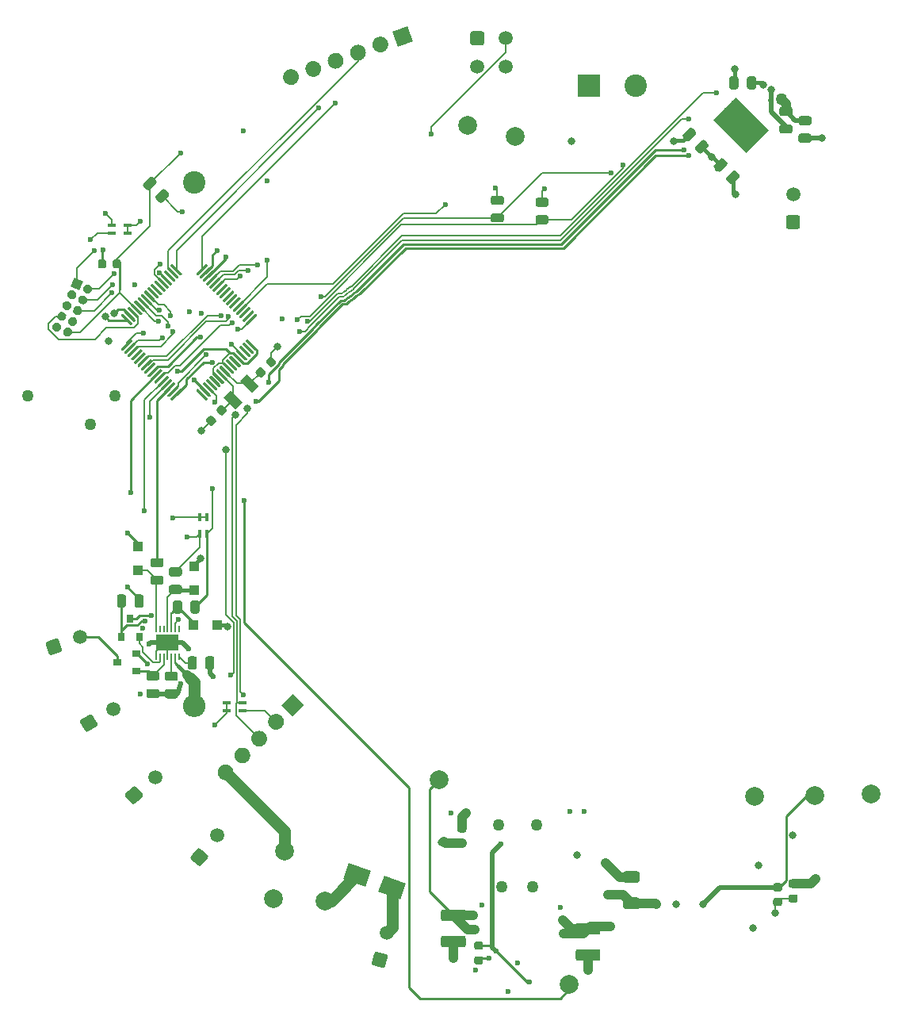
<source format=gbr>
G04 #@! TF.GenerationSoftware,KiCad,Pcbnew,(5.1.7)-1*
G04 #@! TF.CreationDate,2021-03-09T09:38:03-08:00*
G04 #@! TF.ProjectId,LCP_PowerControl,4c43505f-506f-4776-9572-436f6e74726f,rev?*
G04 #@! TF.SameCoordinates,Original*
G04 #@! TF.FileFunction,Copper,L4,Bot*
G04 #@! TF.FilePolarity,Positive*
%FSLAX46Y46*%
G04 Gerber Fmt 4.6, Leading zero omitted, Abs format (unit mm)*
G04 Created by KiCad (PCBNEW (5.1.7)-1) date 2021-03-09 09:38:03*
%MOMM*%
%LPD*%
G01*
G04 APERTURE LIST*
G04 #@! TA.AperFunction,ComponentPad*
%ADD10C,0.100000*%
G04 #@! TD*
G04 #@! TA.AperFunction,ComponentPad*
%ADD11C,1.500000*%
G04 #@! TD*
G04 #@! TA.AperFunction,ComponentPad*
%ADD12O,2.400000X2.400000*%
G04 #@! TD*
G04 #@! TA.AperFunction,ComponentPad*
%ADD13C,2.400000*%
G04 #@! TD*
G04 #@! TA.AperFunction,ComponentPad*
%ADD14R,2.400000X2.400000*%
G04 #@! TD*
G04 #@! TA.AperFunction,SMDPad,CuDef*
%ADD15C,0.100000*%
G04 #@! TD*
G04 #@! TA.AperFunction,ComponentPad*
%ADD16C,0.600000*%
G04 #@! TD*
G04 #@! TA.AperFunction,SMDPad,CuDef*
%ADD17R,2.350000X1.780000*%
G04 #@! TD*
G04 #@! TA.AperFunction,SMDPad,CuDef*
%ADD18R,0.250000X0.700000*%
G04 #@! TD*
G04 #@! TA.AperFunction,ComponentPad*
%ADD19C,2.000000*%
G04 #@! TD*
G04 #@! TA.AperFunction,SMDPad,CuDef*
%ADD20R,0.900000X0.400000*%
G04 #@! TD*
G04 #@! TA.AperFunction,SMDPad,CuDef*
%ADD21R,0.400000X0.900000*%
G04 #@! TD*
G04 #@! TA.AperFunction,SMDPad,CuDef*
%ADD22R,0.900000X0.800000*%
G04 #@! TD*
G04 #@! TA.AperFunction,SMDPad,CuDef*
%ADD23R,0.800000X0.900000*%
G04 #@! TD*
G04 #@! TA.AperFunction,ComponentPad*
%ADD24C,2.010000*%
G04 #@! TD*
G04 #@! TA.AperFunction,SMDPad,CuDef*
%ADD25R,1.000000X1.000000*%
G04 #@! TD*
G04 #@! TA.AperFunction,ViaPad*
%ADD26C,0.600000*%
G04 #@! TD*
G04 #@! TA.AperFunction,ViaPad*
%ADD27C,0.800000*%
G04 #@! TD*
G04 #@! TA.AperFunction,ViaPad*
%ADD28C,1.270000*%
G04 #@! TD*
G04 #@! TA.AperFunction,Conductor*
%ADD29C,0.203200*%
G04 #@! TD*
G04 #@! TA.AperFunction,Conductor*
%ADD30C,0.508000*%
G04 #@! TD*
G04 #@! TA.AperFunction,Conductor*
%ADD31C,1.016000*%
G04 #@! TD*
G04 #@! TA.AperFunction,Conductor*
%ADD32C,0.254000*%
G04 #@! TD*
G04 #@! TA.AperFunction,Conductor*
%ADD33C,0.457200*%
G04 #@! TD*
G04 #@! TA.AperFunction,Conductor*
%ADD34C,1.270000*%
G04 #@! TD*
G04 APERTURE END LIST*
G04 #@! TA.AperFunction,ComponentPad*
G36*
G01*
X91935154Y-126521964D02*
X91935154Y-126521964D01*
G75*
G02*
X93137236Y-126521964I601041J-601041D01*
G01*
X93137236Y-126521964D01*
G75*
G02*
X93137236Y-127724046I-601041J-601041D01*
G01*
X93137236Y-127724046D01*
G75*
G02*
X91935154Y-127724046I-601041J601041D01*
G01*
X91935154Y-127724046D01*
G75*
G02*
X91935154Y-126521964I601041J601041D01*
G01*
G37*
G04 #@! TD.AperFunction*
G04 #@! TA.AperFunction,ComponentPad*
G36*
G01*
X93731205Y-124725913D02*
X93731205Y-124725913D01*
G75*
G02*
X94933287Y-124725913I601041J-601041D01*
G01*
X94933287Y-124725913D01*
G75*
G02*
X94933287Y-125927995I-601041J-601041D01*
G01*
X94933287Y-125927995D01*
G75*
G02*
X93731205Y-125927995I-601041J601041D01*
G01*
X93731205Y-125927995D01*
G75*
G02*
X93731205Y-124725913I601041J601041D01*
G01*
G37*
G04 #@! TD.AperFunction*
G04 #@! TA.AperFunction,ComponentPad*
G36*
G01*
X95527257Y-122929861D02*
X95527257Y-122929861D01*
G75*
G02*
X96729339Y-122929861I601041J-601041D01*
G01*
X96729339Y-122929861D01*
G75*
G02*
X96729339Y-124131943I-601041J-601041D01*
G01*
X96729339Y-124131943D01*
G75*
G02*
X95527257Y-124131943I-601041J601041D01*
G01*
X95527257Y-124131943D01*
G75*
G02*
X95527257Y-122929861I601041J601041D01*
G01*
G37*
G04 #@! TD.AperFunction*
G04 #@! TA.AperFunction,ComponentPad*
G36*
G01*
X97323308Y-121133810D02*
X97323308Y-121133810D01*
G75*
G02*
X98525390Y-121133810I601041J-601041D01*
G01*
X98525390Y-121133810D01*
G75*
G02*
X98525390Y-122335892I-601041J-601041D01*
G01*
X98525390Y-122335892D01*
G75*
G02*
X97323308Y-122335892I-601041J601041D01*
G01*
X97323308Y-122335892D01*
G75*
G02*
X97323308Y-121133810I601041J601041D01*
G01*
G37*
G04 #@! TD.AperFunction*
G04 #@! TA.AperFunction,ComponentPad*
D10*
G36*
X98518318Y-119938800D02*
G01*
X99720400Y-118736718D01*
X100922482Y-119938800D01*
X99720400Y-121140882D01*
X98518318Y-119938800D01*
G37*
G04 #@! TD.AperFunction*
D11*
X122430800Y-51768000D03*
X119430800Y-51768000D03*
X122430800Y-48768000D03*
G04 #@! TA.AperFunction,ComponentPad*
G36*
G01*
X118680800Y-49268000D02*
X118680800Y-48268000D01*
G75*
G02*
X118930800Y-48018000I250000J0D01*
G01*
X119930800Y-48018000D01*
G75*
G02*
X120180800Y-48268000I0J-250000D01*
G01*
X120180800Y-49268000D01*
G75*
G02*
X119930800Y-49518000I-250000J0D01*
G01*
X118930800Y-49518000D01*
G75*
G02*
X118680800Y-49268000I0J250000D01*
G01*
G37*
G04 #@! TD.AperFunction*
G04 #@! TA.AperFunction,ComponentPad*
G36*
G01*
X75210121Y-79933702D02*
X75210121Y-79933702D01*
G75*
G02*
X75874584Y-79691857I453154J-211309D01*
G01*
X75874584Y-79691857D01*
G75*
G02*
X76116429Y-80356320I-211309J-453154D01*
G01*
X76116429Y-80356320D01*
G75*
G02*
X75451966Y-80598165I-453154J211309D01*
G01*
X75451966Y-80598165D01*
G75*
G02*
X75210121Y-79933702I211309J453154D01*
G01*
G37*
G04 #@! TD.AperFunction*
G04 #@! TA.AperFunction,ComponentPad*
G36*
G01*
X74059110Y-79396977D02*
X74059110Y-79396977D01*
G75*
G02*
X74723573Y-79155132I453154J-211309D01*
G01*
X74723573Y-79155132D01*
G75*
G02*
X74965418Y-79819595I-211309J-453154D01*
G01*
X74965418Y-79819595D01*
G75*
G02*
X74300955Y-80061440I-453154J211309D01*
G01*
X74300955Y-80061440D01*
G75*
G02*
X74059110Y-79396977I211309J453154D01*
G01*
G37*
G04 #@! TD.AperFunction*
G04 #@! TA.AperFunction,ComponentPad*
G36*
G01*
X75746846Y-78782691D02*
X75746846Y-78782691D01*
G75*
G02*
X76411309Y-78540846I453154J-211309D01*
G01*
X76411309Y-78540846D01*
G75*
G02*
X76653154Y-79205309I-211309J-453154D01*
G01*
X76653154Y-79205309D01*
G75*
G02*
X75988691Y-79447154I-453154J211309D01*
G01*
X75988691Y-79447154D01*
G75*
G02*
X75746846Y-78782691I211309J453154D01*
G01*
G37*
G04 #@! TD.AperFunction*
G04 #@! TA.AperFunction,ComponentPad*
G36*
G01*
X74595835Y-78245966D02*
X74595835Y-78245966D01*
G75*
G02*
X75260298Y-78004121I453154J-211309D01*
G01*
X75260298Y-78004121D01*
G75*
G02*
X75502143Y-78668584I-211309J-453154D01*
G01*
X75502143Y-78668584D01*
G75*
G02*
X74837680Y-78910429I-453154J211309D01*
G01*
X74837680Y-78910429D01*
G75*
G02*
X74595835Y-78245966I211309J453154D01*
G01*
G37*
G04 #@! TD.AperFunction*
G04 #@! TA.AperFunction,ComponentPad*
G36*
G01*
X76283572Y-77631680D02*
X76283572Y-77631680D01*
G75*
G02*
X76948035Y-77389835I453154J-211309D01*
G01*
X76948035Y-77389835D01*
G75*
G02*
X77189880Y-78054298I-211309J-453154D01*
G01*
X77189880Y-78054298D01*
G75*
G02*
X76525417Y-78296143I-453154J211309D01*
G01*
X76525417Y-78296143D01*
G75*
G02*
X76283572Y-77631680I211309J453154D01*
G01*
G37*
G04 #@! TD.AperFunction*
G04 #@! TA.AperFunction,ComponentPad*
G36*
G01*
X75132561Y-77094955D02*
X75132561Y-77094955D01*
G75*
G02*
X75797024Y-76853110I453154J-211309D01*
G01*
X75797024Y-76853110D01*
G75*
G02*
X76038869Y-77517573I-211309J-453154D01*
G01*
X76038869Y-77517573D01*
G75*
G02*
X75374406Y-77759418I-453154J211309D01*
G01*
X75374406Y-77759418D01*
G75*
G02*
X75132561Y-77094955I211309J453154D01*
G01*
G37*
G04 #@! TD.AperFunction*
G04 #@! TA.AperFunction,ComponentPad*
G36*
G01*
X76820297Y-76480669D02*
X76820297Y-76480669D01*
G75*
G02*
X77484760Y-76238824I453154J-211309D01*
G01*
X77484760Y-76238824D01*
G75*
G02*
X77726605Y-76903287I-211309J-453154D01*
G01*
X77726605Y-76903287D01*
G75*
G02*
X77062142Y-77145132I-453154J211309D01*
G01*
X77062142Y-77145132D01*
G75*
G02*
X76820297Y-76480669I211309J453154D01*
G01*
G37*
G04 #@! TD.AperFunction*
G04 #@! TA.AperFunction,ComponentPad*
G36*
G01*
X75669286Y-75943944D02*
X75669286Y-75943944D01*
G75*
G02*
X76333749Y-75702099I453154J-211309D01*
G01*
X76333749Y-75702099D01*
G75*
G02*
X76575594Y-76366562I-211309J-453154D01*
G01*
X76575594Y-76366562D01*
G75*
G02*
X75911131Y-76608407I-453154J211309D01*
G01*
X75911131Y-76608407D01*
G75*
G02*
X75669286Y-75943944I211309J453154D01*
G01*
G37*
G04 #@! TD.AperFunction*
G04 #@! TA.AperFunction,ComponentPad*
G36*
G01*
X77357022Y-75329658D02*
X77357022Y-75329658D01*
G75*
G02*
X78021485Y-75087813I453154J-211309D01*
G01*
X78021485Y-75087813D01*
G75*
G02*
X78263330Y-75752276I-211309J-453154D01*
G01*
X78263330Y-75752276D01*
G75*
G02*
X77598867Y-75994121I-453154J211309D01*
G01*
X77598867Y-75994121D01*
G75*
G02*
X77357022Y-75329658I211309J453154D01*
G01*
G37*
G04 #@! TD.AperFunction*
G04 #@! TA.AperFunction,ComponentPad*
D10*
G36*
X75994702Y-75246087D02*
G01*
X76417320Y-74339779D01*
X77323628Y-74762397D01*
X76901010Y-75668705D01*
X75994702Y-75246087D01*
G37*
G04 #@! TD.AperFunction*
G04 #@! TA.AperFunction,SMDPad,CuDef*
G36*
G01*
X147329500Y-53074250D02*
X147329500Y-53986750D01*
G75*
G02*
X147085750Y-54230500I-243750J0D01*
G01*
X146598250Y-54230500D01*
G75*
G02*
X146354500Y-53986750I0J243750D01*
G01*
X146354500Y-53074250D01*
G75*
G02*
X146598250Y-52830500I243750J0D01*
G01*
X147085750Y-52830500D01*
G75*
G02*
X147329500Y-53074250I0J-243750D01*
G01*
G37*
G04 #@! TD.AperFunction*
G04 #@! TA.AperFunction,SMDPad,CuDef*
G36*
G01*
X149204500Y-53074250D02*
X149204500Y-53986750D01*
G75*
G02*
X148960750Y-54230500I-243750J0D01*
G01*
X148473250Y-54230500D01*
G75*
G02*
X148229500Y-53986750I0J243750D01*
G01*
X148229500Y-53074250D01*
G75*
G02*
X148473250Y-52830500I243750J0D01*
G01*
X148960750Y-52830500D01*
G75*
G02*
X149204500Y-53074250I0J-243750D01*
G01*
G37*
G04 #@! TD.AperFunction*
D12*
X89217500Y-120078500D03*
D13*
X89217500Y-64198500D03*
G04 #@! TA.AperFunction,SMDPad,CuDef*
G36*
G01*
X86284750Y-118257500D02*
X87197250Y-118257500D01*
G75*
G02*
X87441000Y-118501250I0J-243750D01*
G01*
X87441000Y-118988750D01*
G75*
G02*
X87197250Y-119232500I-243750J0D01*
G01*
X86284750Y-119232500D01*
G75*
G02*
X86041000Y-118988750I0J243750D01*
G01*
X86041000Y-118501250D01*
G75*
G02*
X86284750Y-118257500I243750J0D01*
G01*
G37*
G04 #@! TD.AperFunction*
G04 #@! TA.AperFunction,SMDPad,CuDef*
G36*
G01*
X86284750Y-116382500D02*
X87197250Y-116382500D01*
G75*
G02*
X87441000Y-116626250I0J-243750D01*
G01*
X87441000Y-117113750D01*
G75*
G02*
X87197250Y-117357500I-243750J0D01*
G01*
X86284750Y-117357500D01*
G75*
G02*
X86041000Y-117113750I0J243750D01*
G01*
X86041000Y-116626250D01*
G75*
G02*
X86284750Y-116382500I243750J0D01*
G01*
G37*
G04 #@! TD.AperFunction*
D14*
X131347200Y-53848000D03*
D13*
X136347200Y-53848000D03*
G04 #@! TA.AperFunction,ComponentPad*
G36*
G01*
X99230387Y-52109717D02*
X99230387Y-52109717D01*
G75*
G02*
X100319843Y-52617739I290717J-798739D01*
G01*
X100319843Y-52617739D01*
G75*
G02*
X99811821Y-53707195I-798739J-290717D01*
G01*
X99811821Y-53707195D01*
G75*
G02*
X98722365Y-53199173I-290717J798739D01*
G01*
X98722365Y-53199173D01*
G75*
G02*
X99230387Y-52109717I798739J290717D01*
G01*
G37*
G04 #@! TD.AperFunction*
G04 #@! TA.AperFunction,ComponentPad*
G36*
G01*
X101617206Y-51240986D02*
X101617206Y-51240986D01*
G75*
G02*
X102706662Y-51749008I290717J-798739D01*
G01*
X102706662Y-51749008D01*
G75*
G02*
X102198640Y-52838464I-798739J-290717D01*
G01*
X102198640Y-52838464D01*
G75*
G02*
X101109184Y-52330442I-290717J798739D01*
G01*
X101109184Y-52330442D01*
G75*
G02*
X101617206Y-51240986I798739J290717D01*
G01*
G37*
G04 #@! TD.AperFunction*
G04 #@! TA.AperFunction,ComponentPad*
G36*
G01*
X104004025Y-50372254D02*
X104004025Y-50372254D01*
G75*
G02*
X105093481Y-50880276I290717J-798739D01*
G01*
X105093481Y-50880276D01*
G75*
G02*
X104585459Y-51969732I-798739J-290717D01*
G01*
X104585459Y-51969732D01*
G75*
G02*
X103496003Y-51461710I-290717J798739D01*
G01*
X103496003Y-51461710D01*
G75*
G02*
X104004025Y-50372254I798739J290717D01*
G01*
G37*
G04 #@! TD.AperFunction*
G04 #@! TA.AperFunction,ComponentPad*
G36*
G01*
X106390844Y-49503523D02*
X106390844Y-49503523D01*
G75*
G02*
X107480300Y-50011545I290717J-798739D01*
G01*
X107480300Y-50011545D01*
G75*
G02*
X106972278Y-51101001I-798739J-290717D01*
G01*
X106972278Y-51101001D01*
G75*
G02*
X105882822Y-50592979I-290717J798739D01*
G01*
X105882822Y-50592979D01*
G75*
G02*
X106390844Y-49503523I798739J290717D01*
G01*
G37*
G04 #@! TD.AperFunction*
G04 #@! TA.AperFunction,ComponentPad*
G36*
G01*
X108777664Y-48634792D02*
X108777664Y-48634792D01*
G75*
G02*
X109867120Y-49142814I290717J-798739D01*
G01*
X109867120Y-49142814D01*
G75*
G02*
X109359098Y-50232270I-798739J-290717D01*
G01*
X109359098Y-50232270D01*
G75*
G02*
X108269642Y-49724248I-290717J798739D01*
G01*
X108269642Y-49724248D01*
G75*
G02*
X108777664Y-48634792I798739J290717D01*
G01*
G37*
G04 #@! TD.AperFunction*
G04 #@! TA.AperFunction,ComponentPad*
D10*
G36*
X110365744Y-48056778D02*
G01*
X111963222Y-47475344D01*
X112544656Y-49072822D01*
X110947178Y-49654256D01*
X110365744Y-48056778D01*
G37*
G04 #@! TD.AperFunction*
D11*
X153162000Y-65389500D03*
G04 #@! TA.AperFunction,ComponentPad*
G36*
G01*
X153912000Y-67889500D02*
X153912000Y-68889500D01*
G75*
G02*
X153662000Y-69139500I-250000J0D01*
G01*
X152662000Y-69139500D01*
G75*
G02*
X152412000Y-68889500I0J250000D01*
G01*
X152412000Y-67889500D01*
G75*
G02*
X152662000Y-67639500I250000J0D01*
G01*
X153662000Y-67639500D01*
G75*
G02*
X153912000Y-67889500I0J-250000D01*
G01*
G37*
G04 #@! TD.AperFunction*
G04 #@! TA.AperFunction,SMDPad,CuDef*
D15*
G36*
X94835040Y-84613168D02*
G01*
X96107832Y-85885960D01*
X95400726Y-86593066D01*
X94127934Y-85320274D01*
X94835040Y-84613168D01*
G37*
G04 #@! TD.AperFunction*
G04 #@! TA.AperFunction,SMDPad,CuDef*
G36*
X93067274Y-86380934D02*
G01*
X94340066Y-87653726D01*
X93632960Y-88360832D01*
X92360168Y-87088040D01*
X93067274Y-86380934D01*
G37*
G04 #@! TD.AperFunction*
G04 #@! TA.AperFunction,SMDPad,CuDef*
G36*
G01*
X153418250Y-139451500D02*
X152905750Y-139451500D01*
G75*
G02*
X152687000Y-139232750I0J218750D01*
G01*
X152687000Y-138795250D01*
G75*
G02*
X152905750Y-138576500I218750J0D01*
G01*
X153418250Y-138576500D01*
G75*
G02*
X153637000Y-138795250I0J-218750D01*
G01*
X153637000Y-139232750D01*
G75*
G02*
X153418250Y-139451500I-218750J0D01*
G01*
G37*
G04 #@! TD.AperFunction*
G04 #@! TA.AperFunction,SMDPad,CuDef*
G36*
G01*
X153418250Y-141026500D02*
X152905750Y-141026500D01*
G75*
G02*
X152687000Y-140807750I0J218750D01*
G01*
X152687000Y-140370250D01*
G75*
G02*
X152905750Y-140151500I218750J0D01*
G01*
X153418250Y-140151500D01*
G75*
G02*
X153637000Y-140370250I0J-218750D01*
G01*
X153637000Y-140807750D01*
G75*
G02*
X153418250Y-141026500I-218750J0D01*
G01*
G37*
G04 #@! TD.AperFunction*
G04 #@! TA.AperFunction,SMDPad,CuDef*
G36*
G01*
X90396090Y-87402522D02*
X89406140Y-86412572D01*
G75*
G02*
X89406140Y-86306506I53033J53033D01*
G01*
X89512206Y-86200440D01*
G75*
G02*
X89618272Y-86200440I53033J-53033D01*
G01*
X90608222Y-87190390D01*
G75*
G02*
X90608222Y-87296456I-53033J-53033D01*
G01*
X90502156Y-87402522D01*
G75*
G02*
X90396090Y-87402522I-53033J53033D01*
G01*
G37*
G04 #@! TD.AperFunction*
G04 #@! TA.AperFunction,SMDPad,CuDef*
G36*
G01*
X90749643Y-87048969D02*
X89759693Y-86059019D01*
G75*
G02*
X89759693Y-85952953I53033J53033D01*
G01*
X89865759Y-85846887D01*
G75*
G02*
X89971825Y-85846887I53033J-53033D01*
G01*
X90961775Y-86836837D01*
G75*
G02*
X90961775Y-86942903I-53033J-53033D01*
G01*
X90855709Y-87048969D01*
G75*
G02*
X90749643Y-87048969I-53033J53033D01*
G01*
G37*
G04 #@! TD.AperFunction*
G04 #@! TA.AperFunction,SMDPad,CuDef*
G36*
G01*
X91103196Y-86695416D02*
X90113246Y-85705466D01*
G75*
G02*
X90113246Y-85599400I53033J53033D01*
G01*
X90219312Y-85493334D01*
G75*
G02*
X90325378Y-85493334I53033J-53033D01*
G01*
X91315328Y-86483284D01*
G75*
G02*
X91315328Y-86589350I-53033J-53033D01*
G01*
X91209262Y-86695416D01*
G75*
G02*
X91103196Y-86695416I-53033J53033D01*
G01*
G37*
G04 #@! TD.AperFunction*
G04 #@! TA.AperFunction,SMDPad,CuDef*
G36*
G01*
X91456750Y-86341862D02*
X90466800Y-85351912D01*
G75*
G02*
X90466800Y-85245846I53033J53033D01*
G01*
X90572866Y-85139780D01*
G75*
G02*
X90678932Y-85139780I53033J-53033D01*
G01*
X91668882Y-86129730D01*
G75*
G02*
X91668882Y-86235796I-53033J-53033D01*
G01*
X91562816Y-86341862D01*
G75*
G02*
X91456750Y-86341862I-53033J53033D01*
G01*
G37*
G04 #@! TD.AperFunction*
G04 #@! TA.AperFunction,SMDPad,CuDef*
G36*
G01*
X91810303Y-85988309D02*
X90820353Y-84998359D01*
G75*
G02*
X90820353Y-84892293I53033J53033D01*
G01*
X90926419Y-84786227D01*
G75*
G02*
X91032485Y-84786227I53033J-53033D01*
G01*
X92022435Y-85776177D01*
G75*
G02*
X92022435Y-85882243I-53033J-53033D01*
G01*
X91916369Y-85988309D01*
G75*
G02*
X91810303Y-85988309I-53033J53033D01*
G01*
G37*
G04 #@! TD.AperFunction*
G04 #@! TA.AperFunction,SMDPad,CuDef*
G36*
G01*
X92163857Y-85634755D02*
X91173907Y-84644805D01*
G75*
G02*
X91173907Y-84538739I53033J53033D01*
G01*
X91279973Y-84432673D01*
G75*
G02*
X91386039Y-84432673I53033J-53033D01*
G01*
X92375989Y-85422623D01*
G75*
G02*
X92375989Y-85528689I-53033J-53033D01*
G01*
X92269923Y-85634755D01*
G75*
G02*
X92163857Y-85634755I-53033J53033D01*
G01*
G37*
G04 #@! TD.AperFunction*
G04 #@! TA.AperFunction,SMDPad,CuDef*
G36*
G01*
X92517410Y-85281202D02*
X91527460Y-84291252D01*
G75*
G02*
X91527460Y-84185186I53033J53033D01*
G01*
X91633526Y-84079120D01*
G75*
G02*
X91739592Y-84079120I53033J-53033D01*
G01*
X92729542Y-85069070D01*
G75*
G02*
X92729542Y-85175136I-53033J-53033D01*
G01*
X92623476Y-85281202D01*
G75*
G02*
X92517410Y-85281202I-53033J53033D01*
G01*
G37*
G04 #@! TD.AperFunction*
G04 #@! TA.AperFunction,SMDPad,CuDef*
G36*
G01*
X92870963Y-84927649D02*
X91881013Y-83937699D01*
G75*
G02*
X91881013Y-83831633I53033J53033D01*
G01*
X91987079Y-83725567D01*
G75*
G02*
X92093145Y-83725567I53033J-53033D01*
G01*
X93083095Y-84715517D01*
G75*
G02*
X93083095Y-84821583I-53033J-53033D01*
G01*
X92977029Y-84927649D01*
G75*
G02*
X92870963Y-84927649I-53033J53033D01*
G01*
G37*
G04 #@! TD.AperFunction*
G04 #@! TA.AperFunction,SMDPad,CuDef*
G36*
G01*
X93224517Y-84574095D02*
X92234567Y-83584145D01*
G75*
G02*
X92234567Y-83478079I53033J53033D01*
G01*
X92340633Y-83372013D01*
G75*
G02*
X92446699Y-83372013I53033J-53033D01*
G01*
X93436649Y-84361963D01*
G75*
G02*
X93436649Y-84468029I-53033J-53033D01*
G01*
X93330583Y-84574095D01*
G75*
G02*
X93224517Y-84574095I-53033J53033D01*
G01*
G37*
G04 #@! TD.AperFunction*
G04 #@! TA.AperFunction,SMDPad,CuDef*
G36*
G01*
X93578070Y-84220542D02*
X92588120Y-83230592D01*
G75*
G02*
X92588120Y-83124526I53033J53033D01*
G01*
X92694186Y-83018460D01*
G75*
G02*
X92800252Y-83018460I53033J-53033D01*
G01*
X93790202Y-84008410D01*
G75*
G02*
X93790202Y-84114476I-53033J-53033D01*
G01*
X93684136Y-84220542D01*
G75*
G02*
X93578070Y-84220542I-53033J53033D01*
G01*
G37*
G04 #@! TD.AperFunction*
G04 #@! TA.AperFunction,SMDPad,CuDef*
G36*
G01*
X93931623Y-83866989D02*
X92941673Y-82877039D01*
G75*
G02*
X92941673Y-82770973I53033J53033D01*
G01*
X93047739Y-82664907D01*
G75*
G02*
X93153805Y-82664907I53033J-53033D01*
G01*
X94143755Y-83654857D01*
G75*
G02*
X94143755Y-83760923I-53033J-53033D01*
G01*
X94037689Y-83866989D01*
G75*
G02*
X93931623Y-83866989I-53033J53033D01*
G01*
G37*
G04 #@! TD.AperFunction*
G04 #@! TA.AperFunction,SMDPad,CuDef*
G36*
G01*
X94285177Y-83513435D02*
X93295227Y-82523485D01*
G75*
G02*
X93295227Y-82417419I53033J53033D01*
G01*
X93401293Y-82311353D01*
G75*
G02*
X93507359Y-82311353I53033J-53033D01*
G01*
X94497309Y-83301303D01*
G75*
G02*
X94497309Y-83407369I-53033J-53033D01*
G01*
X94391243Y-83513435D01*
G75*
G02*
X94285177Y-83513435I-53033J53033D01*
G01*
G37*
G04 #@! TD.AperFunction*
G04 #@! TA.AperFunction,SMDPad,CuDef*
G36*
G01*
X94638730Y-83159882D02*
X93648780Y-82169932D01*
G75*
G02*
X93648780Y-82063866I53033J53033D01*
G01*
X93754846Y-81957800D01*
G75*
G02*
X93860912Y-81957800I53033J-53033D01*
G01*
X94850862Y-82947750D01*
G75*
G02*
X94850862Y-83053816I-53033J-53033D01*
G01*
X94744796Y-83159882D01*
G75*
G02*
X94638730Y-83159882I-53033J53033D01*
G01*
G37*
G04 #@! TD.AperFunction*
G04 #@! TA.AperFunction,SMDPad,CuDef*
G36*
G01*
X94992284Y-82806328D02*
X94002334Y-81816378D01*
G75*
G02*
X94002334Y-81710312I53033J53033D01*
G01*
X94108400Y-81604246D01*
G75*
G02*
X94214466Y-81604246I53033J-53033D01*
G01*
X95204416Y-82594196D01*
G75*
G02*
X95204416Y-82700262I-53033J-53033D01*
G01*
X95098350Y-82806328D01*
G75*
G02*
X94992284Y-82806328I-53033J53033D01*
G01*
G37*
G04 #@! TD.AperFunction*
G04 #@! TA.AperFunction,SMDPad,CuDef*
G36*
G01*
X95345837Y-82452775D02*
X94355887Y-81462825D01*
G75*
G02*
X94355887Y-81356759I53033J53033D01*
G01*
X94461953Y-81250693D01*
G75*
G02*
X94568019Y-81250693I53033J-53033D01*
G01*
X95557969Y-82240643D01*
G75*
G02*
X95557969Y-82346709I-53033J-53033D01*
G01*
X95451903Y-82452775D01*
G75*
G02*
X95345837Y-82452775I-53033J53033D01*
G01*
G37*
G04 #@! TD.AperFunction*
G04 #@! TA.AperFunction,SMDPad,CuDef*
G36*
G01*
X95699390Y-82099222D02*
X94709440Y-81109272D01*
G75*
G02*
X94709440Y-81003206I53033J53033D01*
G01*
X94815506Y-80897140D01*
G75*
G02*
X94921572Y-80897140I53033J-53033D01*
G01*
X95911522Y-81887090D01*
G75*
G02*
X95911522Y-81993156I-53033J-53033D01*
G01*
X95805456Y-82099222D01*
G75*
G02*
X95699390Y-82099222I-53033J53033D01*
G01*
G37*
G04 #@! TD.AperFunction*
G04 #@! TA.AperFunction,SMDPad,CuDef*
G36*
G01*
X94815506Y-79376860D02*
X94709440Y-79270794D01*
G75*
G02*
X94709440Y-79164728I53033J53033D01*
G01*
X95699390Y-78174778D01*
G75*
G02*
X95805456Y-78174778I53033J-53033D01*
G01*
X95911522Y-78280844D01*
G75*
G02*
X95911522Y-78386910I-53033J-53033D01*
G01*
X94921572Y-79376860D01*
G75*
G02*
X94815506Y-79376860I-53033J53033D01*
G01*
G37*
G04 #@! TD.AperFunction*
G04 #@! TA.AperFunction,SMDPad,CuDef*
G36*
G01*
X94461953Y-79023307D02*
X94355887Y-78917241D01*
G75*
G02*
X94355887Y-78811175I53033J53033D01*
G01*
X95345837Y-77821225D01*
G75*
G02*
X95451903Y-77821225I53033J-53033D01*
G01*
X95557969Y-77927291D01*
G75*
G02*
X95557969Y-78033357I-53033J-53033D01*
G01*
X94568019Y-79023307D01*
G75*
G02*
X94461953Y-79023307I-53033J53033D01*
G01*
G37*
G04 #@! TD.AperFunction*
G04 #@! TA.AperFunction,SMDPad,CuDef*
G36*
G01*
X94108400Y-78669754D02*
X94002334Y-78563688D01*
G75*
G02*
X94002334Y-78457622I53033J53033D01*
G01*
X94992284Y-77467672D01*
G75*
G02*
X95098350Y-77467672I53033J-53033D01*
G01*
X95204416Y-77573738D01*
G75*
G02*
X95204416Y-77679804I-53033J-53033D01*
G01*
X94214466Y-78669754D01*
G75*
G02*
X94108400Y-78669754I-53033J53033D01*
G01*
G37*
G04 #@! TD.AperFunction*
G04 #@! TA.AperFunction,SMDPad,CuDef*
G36*
G01*
X93754846Y-78316200D02*
X93648780Y-78210134D01*
G75*
G02*
X93648780Y-78104068I53033J53033D01*
G01*
X94638730Y-77114118D01*
G75*
G02*
X94744796Y-77114118I53033J-53033D01*
G01*
X94850862Y-77220184D01*
G75*
G02*
X94850862Y-77326250I-53033J-53033D01*
G01*
X93860912Y-78316200D01*
G75*
G02*
X93754846Y-78316200I-53033J53033D01*
G01*
G37*
G04 #@! TD.AperFunction*
G04 #@! TA.AperFunction,SMDPad,CuDef*
G36*
G01*
X93401293Y-77962647D02*
X93295227Y-77856581D01*
G75*
G02*
X93295227Y-77750515I53033J53033D01*
G01*
X94285177Y-76760565D01*
G75*
G02*
X94391243Y-76760565I53033J-53033D01*
G01*
X94497309Y-76866631D01*
G75*
G02*
X94497309Y-76972697I-53033J-53033D01*
G01*
X93507359Y-77962647D01*
G75*
G02*
X93401293Y-77962647I-53033J53033D01*
G01*
G37*
G04 #@! TD.AperFunction*
G04 #@! TA.AperFunction,SMDPad,CuDef*
G36*
G01*
X93047739Y-77609093D02*
X92941673Y-77503027D01*
G75*
G02*
X92941673Y-77396961I53033J53033D01*
G01*
X93931623Y-76407011D01*
G75*
G02*
X94037689Y-76407011I53033J-53033D01*
G01*
X94143755Y-76513077D01*
G75*
G02*
X94143755Y-76619143I-53033J-53033D01*
G01*
X93153805Y-77609093D01*
G75*
G02*
X93047739Y-77609093I-53033J53033D01*
G01*
G37*
G04 #@! TD.AperFunction*
G04 #@! TA.AperFunction,SMDPad,CuDef*
G36*
G01*
X92694186Y-77255540D02*
X92588120Y-77149474D01*
G75*
G02*
X92588120Y-77043408I53033J53033D01*
G01*
X93578070Y-76053458D01*
G75*
G02*
X93684136Y-76053458I53033J-53033D01*
G01*
X93790202Y-76159524D01*
G75*
G02*
X93790202Y-76265590I-53033J-53033D01*
G01*
X92800252Y-77255540D01*
G75*
G02*
X92694186Y-77255540I-53033J53033D01*
G01*
G37*
G04 #@! TD.AperFunction*
G04 #@! TA.AperFunction,SMDPad,CuDef*
G36*
G01*
X92340633Y-76901987D02*
X92234567Y-76795921D01*
G75*
G02*
X92234567Y-76689855I53033J53033D01*
G01*
X93224517Y-75699905D01*
G75*
G02*
X93330583Y-75699905I53033J-53033D01*
G01*
X93436649Y-75805971D01*
G75*
G02*
X93436649Y-75912037I-53033J-53033D01*
G01*
X92446699Y-76901987D01*
G75*
G02*
X92340633Y-76901987I-53033J53033D01*
G01*
G37*
G04 #@! TD.AperFunction*
G04 #@! TA.AperFunction,SMDPad,CuDef*
G36*
G01*
X91987079Y-76548433D02*
X91881013Y-76442367D01*
G75*
G02*
X91881013Y-76336301I53033J53033D01*
G01*
X92870963Y-75346351D01*
G75*
G02*
X92977029Y-75346351I53033J-53033D01*
G01*
X93083095Y-75452417D01*
G75*
G02*
X93083095Y-75558483I-53033J-53033D01*
G01*
X92093145Y-76548433D01*
G75*
G02*
X91987079Y-76548433I-53033J53033D01*
G01*
G37*
G04 #@! TD.AperFunction*
G04 #@! TA.AperFunction,SMDPad,CuDef*
G36*
G01*
X91633526Y-76194880D02*
X91527460Y-76088814D01*
G75*
G02*
X91527460Y-75982748I53033J53033D01*
G01*
X92517410Y-74992798D01*
G75*
G02*
X92623476Y-74992798I53033J-53033D01*
G01*
X92729542Y-75098864D01*
G75*
G02*
X92729542Y-75204930I-53033J-53033D01*
G01*
X91739592Y-76194880D01*
G75*
G02*
X91633526Y-76194880I-53033J53033D01*
G01*
G37*
G04 #@! TD.AperFunction*
G04 #@! TA.AperFunction,SMDPad,CuDef*
G36*
G01*
X91279973Y-75841327D02*
X91173907Y-75735261D01*
G75*
G02*
X91173907Y-75629195I53033J53033D01*
G01*
X92163857Y-74639245D01*
G75*
G02*
X92269923Y-74639245I53033J-53033D01*
G01*
X92375989Y-74745311D01*
G75*
G02*
X92375989Y-74851377I-53033J-53033D01*
G01*
X91386039Y-75841327D01*
G75*
G02*
X91279973Y-75841327I-53033J53033D01*
G01*
G37*
G04 #@! TD.AperFunction*
G04 #@! TA.AperFunction,SMDPad,CuDef*
G36*
G01*
X90926419Y-75487773D02*
X90820353Y-75381707D01*
G75*
G02*
X90820353Y-75275641I53033J53033D01*
G01*
X91810303Y-74285691D01*
G75*
G02*
X91916369Y-74285691I53033J-53033D01*
G01*
X92022435Y-74391757D01*
G75*
G02*
X92022435Y-74497823I-53033J-53033D01*
G01*
X91032485Y-75487773D01*
G75*
G02*
X90926419Y-75487773I-53033J53033D01*
G01*
G37*
G04 #@! TD.AperFunction*
G04 #@! TA.AperFunction,SMDPad,CuDef*
G36*
G01*
X90572866Y-75134220D02*
X90466800Y-75028154D01*
G75*
G02*
X90466800Y-74922088I53033J53033D01*
G01*
X91456750Y-73932138D01*
G75*
G02*
X91562816Y-73932138I53033J-53033D01*
G01*
X91668882Y-74038204D01*
G75*
G02*
X91668882Y-74144270I-53033J-53033D01*
G01*
X90678932Y-75134220D01*
G75*
G02*
X90572866Y-75134220I-53033J53033D01*
G01*
G37*
G04 #@! TD.AperFunction*
G04 #@! TA.AperFunction,SMDPad,CuDef*
G36*
G01*
X90219312Y-74780666D02*
X90113246Y-74674600D01*
G75*
G02*
X90113246Y-74568534I53033J53033D01*
G01*
X91103196Y-73578584D01*
G75*
G02*
X91209262Y-73578584I53033J-53033D01*
G01*
X91315328Y-73684650D01*
G75*
G02*
X91315328Y-73790716I-53033J-53033D01*
G01*
X90325378Y-74780666D01*
G75*
G02*
X90219312Y-74780666I-53033J53033D01*
G01*
G37*
G04 #@! TD.AperFunction*
G04 #@! TA.AperFunction,SMDPad,CuDef*
G36*
G01*
X89865759Y-74427113D02*
X89759693Y-74321047D01*
G75*
G02*
X89759693Y-74214981I53033J53033D01*
G01*
X90749643Y-73225031D01*
G75*
G02*
X90855709Y-73225031I53033J-53033D01*
G01*
X90961775Y-73331097D01*
G75*
G02*
X90961775Y-73437163I-53033J-53033D01*
G01*
X89971825Y-74427113D01*
G75*
G02*
X89865759Y-74427113I-53033J53033D01*
G01*
G37*
G04 #@! TD.AperFunction*
G04 #@! TA.AperFunction,SMDPad,CuDef*
G36*
G01*
X89512206Y-74073560D02*
X89406140Y-73967494D01*
G75*
G02*
X89406140Y-73861428I53033J53033D01*
G01*
X90396090Y-72871478D01*
G75*
G02*
X90502156Y-72871478I53033J-53033D01*
G01*
X90608222Y-72977544D01*
G75*
G02*
X90608222Y-73083610I-53033J-53033D01*
G01*
X89618272Y-74073560D01*
G75*
G02*
X89512206Y-74073560I-53033J53033D01*
G01*
G37*
G04 #@! TD.AperFunction*
G04 #@! TA.AperFunction,SMDPad,CuDef*
G36*
G01*
X87673728Y-74073560D02*
X86683778Y-73083610D01*
G75*
G02*
X86683778Y-72977544I53033J53033D01*
G01*
X86789844Y-72871478D01*
G75*
G02*
X86895910Y-72871478I53033J-53033D01*
G01*
X87885860Y-73861428D01*
G75*
G02*
X87885860Y-73967494I-53033J-53033D01*
G01*
X87779794Y-74073560D01*
G75*
G02*
X87673728Y-74073560I-53033J53033D01*
G01*
G37*
G04 #@! TD.AperFunction*
G04 #@! TA.AperFunction,SMDPad,CuDef*
G36*
G01*
X87320175Y-74427113D02*
X86330225Y-73437163D01*
G75*
G02*
X86330225Y-73331097I53033J53033D01*
G01*
X86436291Y-73225031D01*
G75*
G02*
X86542357Y-73225031I53033J-53033D01*
G01*
X87532307Y-74214981D01*
G75*
G02*
X87532307Y-74321047I-53033J-53033D01*
G01*
X87426241Y-74427113D01*
G75*
G02*
X87320175Y-74427113I-53033J53033D01*
G01*
G37*
G04 #@! TD.AperFunction*
G04 #@! TA.AperFunction,SMDPad,CuDef*
G36*
G01*
X86966622Y-74780666D02*
X85976672Y-73790716D01*
G75*
G02*
X85976672Y-73684650I53033J53033D01*
G01*
X86082738Y-73578584D01*
G75*
G02*
X86188804Y-73578584I53033J-53033D01*
G01*
X87178754Y-74568534D01*
G75*
G02*
X87178754Y-74674600I-53033J-53033D01*
G01*
X87072688Y-74780666D01*
G75*
G02*
X86966622Y-74780666I-53033J53033D01*
G01*
G37*
G04 #@! TD.AperFunction*
G04 #@! TA.AperFunction,SMDPad,CuDef*
G36*
G01*
X86613068Y-75134220D02*
X85623118Y-74144270D01*
G75*
G02*
X85623118Y-74038204I53033J53033D01*
G01*
X85729184Y-73932138D01*
G75*
G02*
X85835250Y-73932138I53033J-53033D01*
G01*
X86825200Y-74922088D01*
G75*
G02*
X86825200Y-75028154I-53033J-53033D01*
G01*
X86719134Y-75134220D01*
G75*
G02*
X86613068Y-75134220I-53033J53033D01*
G01*
G37*
G04 #@! TD.AperFunction*
G04 #@! TA.AperFunction,SMDPad,CuDef*
G36*
G01*
X86259515Y-75487773D02*
X85269565Y-74497823D01*
G75*
G02*
X85269565Y-74391757I53033J53033D01*
G01*
X85375631Y-74285691D01*
G75*
G02*
X85481697Y-74285691I53033J-53033D01*
G01*
X86471647Y-75275641D01*
G75*
G02*
X86471647Y-75381707I-53033J-53033D01*
G01*
X86365581Y-75487773D01*
G75*
G02*
X86259515Y-75487773I-53033J53033D01*
G01*
G37*
G04 #@! TD.AperFunction*
G04 #@! TA.AperFunction,SMDPad,CuDef*
G36*
G01*
X85905961Y-75841327D02*
X84916011Y-74851377D01*
G75*
G02*
X84916011Y-74745311I53033J53033D01*
G01*
X85022077Y-74639245D01*
G75*
G02*
X85128143Y-74639245I53033J-53033D01*
G01*
X86118093Y-75629195D01*
G75*
G02*
X86118093Y-75735261I-53033J-53033D01*
G01*
X86012027Y-75841327D01*
G75*
G02*
X85905961Y-75841327I-53033J53033D01*
G01*
G37*
G04 #@! TD.AperFunction*
G04 #@! TA.AperFunction,SMDPad,CuDef*
G36*
G01*
X85552408Y-76194880D02*
X84562458Y-75204930D01*
G75*
G02*
X84562458Y-75098864I53033J53033D01*
G01*
X84668524Y-74992798D01*
G75*
G02*
X84774590Y-74992798I53033J-53033D01*
G01*
X85764540Y-75982748D01*
G75*
G02*
X85764540Y-76088814I-53033J-53033D01*
G01*
X85658474Y-76194880D01*
G75*
G02*
X85552408Y-76194880I-53033J53033D01*
G01*
G37*
G04 #@! TD.AperFunction*
G04 #@! TA.AperFunction,SMDPad,CuDef*
G36*
G01*
X85198855Y-76548433D02*
X84208905Y-75558483D01*
G75*
G02*
X84208905Y-75452417I53033J53033D01*
G01*
X84314971Y-75346351D01*
G75*
G02*
X84421037Y-75346351I53033J-53033D01*
G01*
X85410987Y-76336301D01*
G75*
G02*
X85410987Y-76442367I-53033J-53033D01*
G01*
X85304921Y-76548433D01*
G75*
G02*
X85198855Y-76548433I-53033J53033D01*
G01*
G37*
G04 #@! TD.AperFunction*
G04 #@! TA.AperFunction,SMDPad,CuDef*
G36*
G01*
X84845301Y-76901987D02*
X83855351Y-75912037D01*
G75*
G02*
X83855351Y-75805971I53033J53033D01*
G01*
X83961417Y-75699905D01*
G75*
G02*
X84067483Y-75699905I53033J-53033D01*
G01*
X85057433Y-76689855D01*
G75*
G02*
X85057433Y-76795921I-53033J-53033D01*
G01*
X84951367Y-76901987D01*
G75*
G02*
X84845301Y-76901987I-53033J53033D01*
G01*
G37*
G04 #@! TD.AperFunction*
G04 #@! TA.AperFunction,SMDPad,CuDef*
G36*
G01*
X84491748Y-77255540D02*
X83501798Y-76265590D01*
G75*
G02*
X83501798Y-76159524I53033J53033D01*
G01*
X83607864Y-76053458D01*
G75*
G02*
X83713930Y-76053458I53033J-53033D01*
G01*
X84703880Y-77043408D01*
G75*
G02*
X84703880Y-77149474I-53033J-53033D01*
G01*
X84597814Y-77255540D01*
G75*
G02*
X84491748Y-77255540I-53033J53033D01*
G01*
G37*
G04 #@! TD.AperFunction*
G04 #@! TA.AperFunction,SMDPad,CuDef*
G36*
G01*
X84138195Y-77609093D02*
X83148245Y-76619143D01*
G75*
G02*
X83148245Y-76513077I53033J53033D01*
G01*
X83254311Y-76407011D01*
G75*
G02*
X83360377Y-76407011I53033J-53033D01*
G01*
X84350327Y-77396961D01*
G75*
G02*
X84350327Y-77503027I-53033J-53033D01*
G01*
X84244261Y-77609093D01*
G75*
G02*
X84138195Y-77609093I-53033J53033D01*
G01*
G37*
G04 #@! TD.AperFunction*
G04 #@! TA.AperFunction,SMDPad,CuDef*
G36*
G01*
X83784641Y-77962647D02*
X82794691Y-76972697D01*
G75*
G02*
X82794691Y-76866631I53033J53033D01*
G01*
X82900757Y-76760565D01*
G75*
G02*
X83006823Y-76760565I53033J-53033D01*
G01*
X83996773Y-77750515D01*
G75*
G02*
X83996773Y-77856581I-53033J-53033D01*
G01*
X83890707Y-77962647D01*
G75*
G02*
X83784641Y-77962647I-53033J53033D01*
G01*
G37*
G04 #@! TD.AperFunction*
G04 #@! TA.AperFunction,SMDPad,CuDef*
G36*
G01*
X83431088Y-78316200D02*
X82441138Y-77326250D01*
G75*
G02*
X82441138Y-77220184I53033J53033D01*
G01*
X82547204Y-77114118D01*
G75*
G02*
X82653270Y-77114118I53033J-53033D01*
G01*
X83643220Y-78104068D01*
G75*
G02*
X83643220Y-78210134I-53033J-53033D01*
G01*
X83537154Y-78316200D01*
G75*
G02*
X83431088Y-78316200I-53033J53033D01*
G01*
G37*
G04 #@! TD.AperFunction*
G04 #@! TA.AperFunction,SMDPad,CuDef*
G36*
G01*
X83077534Y-78669754D02*
X82087584Y-77679804D01*
G75*
G02*
X82087584Y-77573738I53033J53033D01*
G01*
X82193650Y-77467672D01*
G75*
G02*
X82299716Y-77467672I53033J-53033D01*
G01*
X83289666Y-78457622D01*
G75*
G02*
X83289666Y-78563688I-53033J-53033D01*
G01*
X83183600Y-78669754D01*
G75*
G02*
X83077534Y-78669754I-53033J53033D01*
G01*
G37*
G04 #@! TD.AperFunction*
G04 #@! TA.AperFunction,SMDPad,CuDef*
G36*
G01*
X82723981Y-79023307D02*
X81734031Y-78033357D01*
G75*
G02*
X81734031Y-77927291I53033J53033D01*
G01*
X81840097Y-77821225D01*
G75*
G02*
X81946163Y-77821225I53033J-53033D01*
G01*
X82936113Y-78811175D01*
G75*
G02*
X82936113Y-78917241I-53033J-53033D01*
G01*
X82830047Y-79023307D01*
G75*
G02*
X82723981Y-79023307I-53033J53033D01*
G01*
G37*
G04 #@! TD.AperFunction*
G04 #@! TA.AperFunction,SMDPad,CuDef*
G36*
G01*
X82370428Y-79376860D02*
X81380478Y-78386910D01*
G75*
G02*
X81380478Y-78280844I53033J53033D01*
G01*
X81486544Y-78174778D01*
G75*
G02*
X81592610Y-78174778I53033J-53033D01*
G01*
X82582560Y-79164728D01*
G75*
G02*
X82582560Y-79270794I-53033J-53033D01*
G01*
X82476494Y-79376860D01*
G75*
G02*
X82370428Y-79376860I-53033J53033D01*
G01*
G37*
G04 #@! TD.AperFunction*
G04 #@! TA.AperFunction,SMDPad,CuDef*
G36*
G01*
X81486544Y-82099222D02*
X81380478Y-81993156D01*
G75*
G02*
X81380478Y-81887090I53033J53033D01*
G01*
X82370428Y-80897140D01*
G75*
G02*
X82476494Y-80897140I53033J-53033D01*
G01*
X82582560Y-81003206D01*
G75*
G02*
X82582560Y-81109272I-53033J-53033D01*
G01*
X81592610Y-82099222D01*
G75*
G02*
X81486544Y-82099222I-53033J53033D01*
G01*
G37*
G04 #@! TD.AperFunction*
G04 #@! TA.AperFunction,SMDPad,CuDef*
G36*
G01*
X81840097Y-82452775D02*
X81734031Y-82346709D01*
G75*
G02*
X81734031Y-82240643I53033J53033D01*
G01*
X82723981Y-81250693D01*
G75*
G02*
X82830047Y-81250693I53033J-53033D01*
G01*
X82936113Y-81356759D01*
G75*
G02*
X82936113Y-81462825I-53033J-53033D01*
G01*
X81946163Y-82452775D01*
G75*
G02*
X81840097Y-82452775I-53033J53033D01*
G01*
G37*
G04 #@! TD.AperFunction*
G04 #@! TA.AperFunction,SMDPad,CuDef*
G36*
G01*
X82193650Y-82806328D02*
X82087584Y-82700262D01*
G75*
G02*
X82087584Y-82594196I53033J53033D01*
G01*
X83077534Y-81604246D01*
G75*
G02*
X83183600Y-81604246I53033J-53033D01*
G01*
X83289666Y-81710312D01*
G75*
G02*
X83289666Y-81816378I-53033J-53033D01*
G01*
X82299716Y-82806328D01*
G75*
G02*
X82193650Y-82806328I-53033J53033D01*
G01*
G37*
G04 #@! TD.AperFunction*
G04 #@! TA.AperFunction,SMDPad,CuDef*
G36*
G01*
X82547204Y-83159882D02*
X82441138Y-83053816D01*
G75*
G02*
X82441138Y-82947750I53033J53033D01*
G01*
X83431088Y-81957800D01*
G75*
G02*
X83537154Y-81957800I53033J-53033D01*
G01*
X83643220Y-82063866D01*
G75*
G02*
X83643220Y-82169932I-53033J-53033D01*
G01*
X82653270Y-83159882D01*
G75*
G02*
X82547204Y-83159882I-53033J53033D01*
G01*
G37*
G04 #@! TD.AperFunction*
G04 #@! TA.AperFunction,SMDPad,CuDef*
G36*
G01*
X82900757Y-83513435D02*
X82794691Y-83407369D01*
G75*
G02*
X82794691Y-83301303I53033J53033D01*
G01*
X83784641Y-82311353D01*
G75*
G02*
X83890707Y-82311353I53033J-53033D01*
G01*
X83996773Y-82417419D01*
G75*
G02*
X83996773Y-82523485I-53033J-53033D01*
G01*
X83006823Y-83513435D01*
G75*
G02*
X82900757Y-83513435I-53033J53033D01*
G01*
G37*
G04 #@! TD.AperFunction*
G04 #@! TA.AperFunction,SMDPad,CuDef*
G36*
G01*
X83254311Y-83866989D02*
X83148245Y-83760923D01*
G75*
G02*
X83148245Y-83654857I53033J53033D01*
G01*
X84138195Y-82664907D01*
G75*
G02*
X84244261Y-82664907I53033J-53033D01*
G01*
X84350327Y-82770973D01*
G75*
G02*
X84350327Y-82877039I-53033J-53033D01*
G01*
X83360377Y-83866989D01*
G75*
G02*
X83254311Y-83866989I-53033J53033D01*
G01*
G37*
G04 #@! TD.AperFunction*
G04 #@! TA.AperFunction,SMDPad,CuDef*
G36*
G01*
X83607864Y-84220542D02*
X83501798Y-84114476D01*
G75*
G02*
X83501798Y-84008410I53033J53033D01*
G01*
X84491748Y-83018460D01*
G75*
G02*
X84597814Y-83018460I53033J-53033D01*
G01*
X84703880Y-83124526D01*
G75*
G02*
X84703880Y-83230592I-53033J-53033D01*
G01*
X83713930Y-84220542D01*
G75*
G02*
X83607864Y-84220542I-53033J53033D01*
G01*
G37*
G04 #@! TD.AperFunction*
G04 #@! TA.AperFunction,SMDPad,CuDef*
G36*
G01*
X83961417Y-84574095D02*
X83855351Y-84468029D01*
G75*
G02*
X83855351Y-84361963I53033J53033D01*
G01*
X84845301Y-83372013D01*
G75*
G02*
X84951367Y-83372013I53033J-53033D01*
G01*
X85057433Y-83478079D01*
G75*
G02*
X85057433Y-83584145I-53033J-53033D01*
G01*
X84067483Y-84574095D01*
G75*
G02*
X83961417Y-84574095I-53033J53033D01*
G01*
G37*
G04 #@! TD.AperFunction*
G04 #@! TA.AperFunction,SMDPad,CuDef*
G36*
G01*
X84314971Y-84927649D02*
X84208905Y-84821583D01*
G75*
G02*
X84208905Y-84715517I53033J53033D01*
G01*
X85198855Y-83725567D01*
G75*
G02*
X85304921Y-83725567I53033J-53033D01*
G01*
X85410987Y-83831633D01*
G75*
G02*
X85410987Y-83937699I-53033J-53033D01*
G01*
X84421037Y-84927649D01*
G75*
G02*
X84314971Y-84927649I-53033J53033D01*
G01*
G37*
G04 #@! TD.AperFunction*
G04 #@! TA.AperFunction,SMDPad,CuDef*
G36*
G01*
X84668524Y-85281202D02*
X84562458Y-85175136D01*
G75*
G02*
X84562458Y-85069070I53033J53033D01*
G01*
X85552408Y-84079120D01*
G75*
G02*
X85658474Y-84079120I53033J-53033D01*
G01*
X85764540Y-84185186D01*
G75*
G02*
X85764540Y-84291252I-53033J-53033D01*
G01*
X84774590Y-85281202D01*
G75*
G02*
X84668524Y-85281202I-53033J53033D01*
G01*
G37*
G04 #@! TD.AperFunction*
G04 #@! TA.AperFunction,SMDPad,CuDef*
G36*
G01*
X85022077Y-85634755D02*
X84916011Y-85528689D01*
G75*
G02*
X84916011Y-85422623I53033J53033D01*
G01*
X85905961Y-84432673D01*
G75*
G02*
X86012027Y-84432673I53033J-53033D01*
G01*
X86118093Y-84538739D01*
G75*
G02*
X86118093Y-84644805I-53033J-53033D01*
G01*
X85128143Y-85634755D01*
G75*
G02*
X85022077Y-85634755I-53033J53033D01*
G01*
G37*
G04 #@! TD.AperFunction*
G04 #@! TA.AperFunction,SMDPad,CuDef*
G36*
G01*
X85375631Y-85988309D02*
X85269565Y-85882243D01*
G75*
G02*
X85269565Y-85776177I53033J53033D01*
G01*
X86259515Y-84786227D01*
G75*
G02*
X86365581Y-84786227I53033J-53033D01*
G01*
X86471647Y-84892293D01*
G75*
G02*
X86471647Y-84998359I-53033J-53033D01*
G01*
X85481697Y-85988309D01*
G75*
G02*
X85375631Y-85988309I-53033J53033D01*
G01*
G37*
G04 #@! TD.AperFunction*
G04 #@! TA.AperFunction,SMDPad,CuDef*
G36*
G01*
X85729184Y-86341862D02*
X85623118Y-86235796D01*
G75*
G02*
X85623118Y-86129730I53033J53033D01*
G01*
X86613068Y-85139780D01*
G75*
G02*
X86719134Y-85139780I53033J-53033D01*
G01*
X86825200Y-85245846D01*
G75*
G02*
X86825200Y-85351912I-53033J-53033D01*
G01*
X85835250Y-86341862D01*
G75*
G02*
X85729184Y-86341862I-53033J53033D01*
G01*
G37*
G04 #@! TD.AperFunction*
G04 #@! TA.AperFunction,SMDPad,CuDef*
G36*
G01*
X86082738Y-86695416D02*
X85976672Y-86589350D01*
G75*
G02*
X85976672Y-86483284I53033J53033D01*
G01*
X86966622Y-85493334D01*
G75*
G02*
X87072688Y-85493334I53033J-53033D01*
G01*
X87178754Y-85599400D01*
G75*
G02*
X87178754Y-85705466I-53033J-53033D01*
G01*
X86188804Y-86695416D01*
G75*
G02*
X86082738Y-86695416I-53033J53033D01*
G01*
G37*
G04 #@! TD.AperFunction*
G04 #@! TA.AperFunction,SMDPad,CuDef*
G36*
G01*
X86436291Y-87048969D02*
X86330225Y-86942903D01*
G75*
G02*
X86330225Y-86836837I53033J53033D01*
G01*
X87320175Y-85846887D01*
G75*
G02*
X87426241Y-85846887I53033J-53033D01*
G01*
X87532307Y-85952953D01*
G75*
G02*
X87532307Y-86059019I-53033J-53033D01*
G01*
X86542357Y-87048969D01*
G75*
G02*
X86436291Y-87048969I-53033J53033D01*
G01*
G37*
G04 #@! TD.AperFunction*
G04 #@! TA.AperFunction,SMDPad,CuDef*
G36*
G01*
X86789844Y-87402522D02*
X86683778Y-87296456D01*
G75*
G02*
X86683778Y-87190390I53033J53033D01*
G01*
X87673728Y-86200440D01*
G75*
G02*
X87779794Y-86200440I53033J-53033D01*
G01*
X87885860Y-86306506D01*
G75*
G02*
X87885860Y-86412572I-53033J-53033D01*
G01*
X86895910Y-87402522D01*
G75*
G02*
X86789844Y-87402522I-53033J53033D01*
G01*
G37*
G04 #@! TD.AperFunction*
D16*
X145304048Y-57261183D03*
X146081865Y-56483365D03*
X146859683Y-55705548D03*
X146081865Y-58039000D03*
X146859683Y-57261183D03*
X147637500Y-56483365D03*
X146859683Y-58816817D03*
X147637500Y-58039000D03*
X148415317Y-57261183D03*
X147637500Y-59594635D03*
X148415317Y-58816817D03*
X149193135Y-58039000D03*
X149970952Y-58816817D03*
X149193135Y-59594635D03*
X148415317Y-60372452D03*
G04 #@! TA.AperFunction,SMDPad,CuDef*
D15*
G36*
X148203185Y-61008848D02*
G01*
X144667652Y-57473315D01*
X147071815Y-55069152D01*
X150607348Y-58604685D01*
X148203185Y-61008848D01*
G37*
G04 #@! TD.AperFunction*
D17*
X86344000Y-113283500D03*
D18*
X85144000Y-111808500D03*
X85144000Y-114758500D03*
X87544000Y-114758500D03*
X87144000Y-114758500D03*
X86744000Y-114758500D03*
X86344000Y-114758500D03*
X85944000Y-114758500D03*
X85544000Y-114758500D03*
X85544000Y-111808500D03*
X85944000Y-111808500D03*
X86344000Y-111808500D03*
X86744000Y-111808500D03*
X87144000Y-111808500D03*
X87544000Y-111808500D03*
D19*
X103187500Y-140843000D03*
X129222500Y-149796500D03*
X155511500Y-129603500D03*
X149034500Y-129667000D03*
X161480500Y-129413000D03*
X115316000Y-127952500D03*
D20*
X82042000Y-69570500D03*
X82042000Y-68770500D03*
X80342000Y-68770500D03*
X80342000Y-69570500D03*
X92659200Y-119735600D03*
X92659200Y-120535600D03*
X94359200Y-120535600D03*
X94359200Y-119735600D03*
D21*
X90570000Y-99924500D03*
X89770000Y-99924500D03*
X89770000Y-101624500D03*
X90570000Y-101624500D03*
G04 #@! TA.AperFunction,SMDPad,CuDef*
G36*
G01*
X151254750Y-140532500D02*
X151767250Y-140532500D01*
G75*
G02*
X151986000Y-140751250I0J-218750D01*
G01*
X151986000Y-141188750D01*
G75*
G02*
X151767250Y-141407500I-218750J0D01*
G01*
X151254750Y-141407500D01*
G75*
G02*
X151036000Y-141188750I0J218750D01*
G01*
X151036000Y-140751250D01*
G75*
G02*
X151254750Y-140532500I218750J0D01*
G01*
G37*
G04 #@! TD.AperFunction*
G04 #@! TA.AperFunction,SMDPad,CuDef*
G36*
G01*
X151254750Y-138957500D02*
X151767250Y-138957500D01*
G75*
G02*
X151986000Y-139176250I0J-218750D01*
G01*
X151986000Y-139613750D01*
G75*
G02*
X151767250Y-139832500I-218750J0D01*
G01*
X151254750Y-139832500D01*
G75*
G02*
X151036000Y-139613750I0J218750D01*
G01*
X151036000Y-139176250D01*
G75*
G02*
X151254750Y-138957500I218750J0D01*
G01*
G37*
G04 #@! TD.AperFunction*
G04 #@! TA.AperFunction,SMDPad,CuDef*
G36*
G01*
X85111781Y-64297428D02*
X84466546Y-64942663D01*
G75*
G02*
X84121832Y-64942663I-172357J172357D01*
G01*
X83777117Y-64597948D01*
G75*
G02*
X83777117Y-64253234I172357J172357D01*
G01*
X84422352Y-63607999D01*
G75*
G02*
X84767066Y-63607999I172357J-172357D01*
G01*
X85111781Y-63952714D01*
G75*
G02*
X85111781Y-64297428I-172357J-172357D01*
G01*
G37*
G04 #@! TD.AperFunction*
G04 #@! TA.AperFunction,SMDPad,CuDef*
G36*
G01*
X86437607Y-65623254D02*
X85792372Y-66268489D01*
G75*
G02*
X85447658Y-66268489I-172357J172357D01*
G01*
X85102943Y-65923774D01*
G75*
G02*
X85102943Y-65579060I172357J172357D01*
G01*
X85748178Y-64933825D01*
G75*
G02*
X86092892Y-64933825I172357J-172357D01*
G01*
X86437607Y-65278540D01*
G75*
G02*
X86437607Y-65623254I-172357J-172357D01*
G01*
G37*
G04 #@! TD.AperFunction*
G04 #@! TA.AperFunction,SMDPad,CuDef*
G36*
G01*
X146073494Y-63597229D02*
X146718729Y-62951994D01*
G75*
G02*
X147063443Y-62951994I172357J-172357D01*
G01*
X147408158Y-63296709D01*
G75*
G02*
X147408158Y-63641423I-172357J-172357D01*
G01*
X146762923Y-64286658D01*
G75*
G02*
X146418209Y-64286658I-172357J172357D01*
G01*
X146073494Y-63941943D01*
G75*
G02*
X146073494Y-63597229I172357J172357D01*
G01*
G37*
G04 #@! TD.AperFunction*
G04 #@! TA.AperFunction,SMDPad,CuDef*
G36*
G01*
X144747668Y-62271403D02*
X145392903Y-61626168D01*
G75*
G02*
X145737617Y-61626168I172357J-172357D01*
G01*
X146082332Y-61970883D01*
G75*
G02*
X146082332Y-62315597I-172357J-172357D01*
G01*
X145437097Y-62960832D01*
G75*
G02*
X145092383Y-62960832I-172357J172357D01*
G01*
X144747668Y-62616117D01*
G75*
G02*
X144747668Y-62271403I172357J172357D01*
G01*
G37*
G04 #@! TD.AperFunction*
G04 #@! TA.AperFunction,SMDPad,CuDef*
G36*
G01*
X142743581Y-60330816D02*
X143388816Y-59685581D01*
G75*
G02*
X143733530Y-59685581I172357J-172357D01*
G01*
X144078245Y-60030296D01*
G75*
G02*
X144078245Y-60375010I-172357J-172357D01*
G01*
X143433010Y-61020245D01*
G75*
G02*
X143088296Y-61020245I-172357J172357D01*
G01*
X142743581Y-60675530D01*
G75*
G02*
X142743581Y-60330816I172357J172357D01*
G01*
G37*
G04 #@! TD.AperFunction*
G04 #@! TA.AperFunction,SMDPad,CuDef*
G36*
G01*
X141417755Y-59004990D02*
X142062990Y-58359755D01*
G75*
G02*
X142407704Y-58359755I172357J-172357D01*
G01*
X142752419Y-58704470D01*
G75*
G02*
X142752419Y-59049184I-172357J-172357D01*
G01*
X142107184Y-59694419D01*
G75*
G02*
X141762470Y-59694419I-172357J172357D01*
G01*
X141417755Y-59349704D01*
G75*
G02*
X141417755Y-59004990I172357J172357D01*
G01*
G37*
G04 #@! TD.AperFunction*
G04 #@! TA.AperFunction,SMDPad,CuDef*
G36*
G01*
X125883350Y-67658400D02*
X126795850Y-67658400D01*
G75*
G02*
X127039600Y-67902150I0J-243750D01*
G01*
X127039600Y-68389650D01*
G75*
G02*
X126795850Y-68633400I-243750J0D01*
G01*
X125883350Y-68633400D01*
G75*
G02*
X125639600Y-68389650I0J243750D01*
G01*
X125639600Y-67902150D01*
G75*
G02*
X125883350Y-67658400I243750J0D01*
G01*
G37*
G04 #@! TD.AperFunction*
G04 #@! TA.AperFunction,SMDPad,CuDef*
G36*
G01*
X125883350Y-65783400D02*
X126795850Y-65783400D01*
G75*
G02*
X127039600Y-66027150I0J-243750D01*
G01*
X127039600Y-66514650D01*
G75*
G02*
X126795850Y-66758400I-243750J0D01*
G01*
X125883350Y-66758400D01*
G75*
G02*
X125639600Y-66514650I0J243750D01*
G01*
X125639600Y-66027150D01*
G75*
G02*
X125883350Y-65783400I243750J0D01*
G01*
G37*
G04 #@! TD.AperFunction*
G04 #@! TA.AperFunction,SMDPad,CuDef*
G36*
G01*
X122020650Y-68430200D02*
X121108150Y-68430200D01*
G75*
G02*
X120864400Y-68186450I0J243750D01*
G01*
X120864400Y-67698950D01*
G75*
G02*
X121108150Y-67455200I243750J0D01*
G01*
X122020650Y-67455200D01*
G75*
G02*
X122264400Y-67698950I0J-243750D01*
G01*
X122264400Y-68186450D01*
G75*
G02*
X122020650Y-68430200I-243750J0D01*
G01*
G37*
G04 #@! TD.AperFunction*
G04 #@! TA.AperFunction,SMDPad,CuDef*
G36*
G01*
X122020650Y-66555200D02*
X121108150Y-66555200D01*
G75*
G02*
X120864400Y-66311450I0J243750D01*
G01*
X120864400Y-65823950D01*
G75*
G02*
X121108150Y-65580200I243750J0D01*
G01*
X122020650Y-65580200D01*
G75*
G02*
X122264400Y-65823950I0J-243750D01*
G01*
X122264400Y-66311450D01*
G75*
G02*
X122020650Y-66555200I-243750J0D01*
G01*
G37*
G04 #@! TD.AperFunction*
G04 #@! TA.AperFunction,SMDPad,CuDef*
G36*
G01*
X84760750Y-106129000D02*
X85673250Y-106129000D01*
G75*
G02*
X85917000Y-106372750I0J-243750D01*
G01*
X85917000Y-106860250D01*
G75*
G02*
X85673250Y-107104000I-243750J0D01*
G01*
X84760750Y-107104000D01*
G75*
G02*
X84517000Y-106860250I0J243750D01*
G01*
X84517000Y-106372750D01*
G75*
G02*
X84760750Y-106129000I243750J0D01*
G01*
G37*
G04 #@! TD.AperFunction*
G04 #@! TA.AperFunction,SMDPad,CuDef*
G36*
G01*
X84760750Y-104254000D02*
X85673250Y-104254000D01*
G75*
G02*
X85917000Y-104497750I0J-243750D01*
G01*
X85917000Y-104985250D01*
G75*
G02*
X85673250Y-105229000I-243750J0D01*
G01*
X84760750Y-105229000D01*
G75*
G02*
X84517000Y-104985250I0J243750D01*
G01*
X84517000Y-104497750D01*
G75*
G02*
X84760750Y-104254000I243750J0D01*
G01*
G37*
G04 #@! TD.AperFunction*
G04 #@! TA.AperFunction,SMDPad,CuDef*
G36*
G01*
X86729250Y-107115000D02*
X87641750Y-107115000D01*
G75*
G02*
X87885500Y-107358750I0J-243750D01*
G01*
X87885500Y-107846250D01*
G75*
G02*
X87641750Y-108090000I-243750J0D01*
G01*
X86729250Y-108090000D01*
G75*
G02*
X86485500Y-107846250I0J243750D01*
G01*
X86485500Y-107358750D01*
G75*
G02*
X86729250Y-107115000I243750J0D01*
G01*
G37*
G04 #@! TD.AperFunction*
G04 #@! TA.AperFunction,SMDPad,CuDef*
G36*
G01*
X86729250Y-105240000D02*
X87641750Y-105240000D01*
G75*
G02*
X87885500Y-105483750I0J-243750D01*
G01*
X87885500Y-105971250D01*
G75*
G02*
X87641750Y-106215000I-243750J0D01*
G01*
X86729250Y-106215000D01*
G75*
G02*
X86485500Y-105971250I0J243750D01*
G01*
X86485500Y-105483750D01*
G75*
G02*
X86729250Y-105240000I243750J0D01*
G01*
G37*
G04 #@! TD.AperFunction*
G04 #@! TA.AperFunction,SMDPad,CuDef*
G36*
G01*
X87893500Y-109017750D02*
X87893500Y-109930250D01*
G75*
G02*
X87649750Y-110174000I-243750J0D01*
G01*
X87162250Y-110174000D01*
G75*
G02*
X86918500Y-109930250I0J243750D01*
G01*
X86918500Y-109017750D01*
G75*
G02*
X87162250Y-108774000I243750J0D01*
G01*
X87649750Y-108774000D01*
G75*
G02*
X87893500Y-109017750I0J-243750D01*
G01*
G37*
G04 #@! TD.AperFunction*
G04 #@! TA.AperFunction,SMDPad,CuDef*
G36*
G01*
X89768500Y-109017750D02*
X89768500Y-109930250D01*
G75*
G02*
X89524750Y-110174000I-243750J0D01*
G01*
X89037250Y-110174000D01*
G75*
G02*
X88793500Y-109930250I0J243750D01*
G01*
X88793500Y-109017750D01*
G75*
G02*
X89037250Y-108774000I243750J0D01*
G01*
X89524750Y-108774000D01*
G75*
G02*
X89768500Y-109017750I0J-243750D01*
G01*
G37*
G04 #@! TD.AperFunction*
G04 #@! TA.AperFunction,SMDPad,CuDef*
G36*
G01*
X82809500Y-109295250D02*
X82809500Y-108382750D01*
G75*
G02*
X83053250Y-108139000I243750J0D01*
G01*
X83540750Y-108139000D01*
G75*
G02*
X83784500Y-108382750I0J-243750D01*
G01*
X83784500Y-109295250D01*
G75*
G02*
X83540750Y-109539000I-243750J0D01*
G01*
X83053250Y-109539000D01*
G75*
G02*
X82809500Y-109295250I0J243750D01*
G01*
G37*
G04 #@! TD.AperFunction*
G04 #@! TA.AperFunction,SMDPad,CuDef*
G36*
G01*
X80934500Y-109295250D02*
X80934500Y-108382750D01*
G75*
G02*
X81178250Y-108139000I243750J0D01*
G01*
X81665750Y-108139000D01*
G75*
G02*
X81909500Y-108382750I0J-243750D01*
G01*
X81909500Y-109295250D01*
G75*
G02*
X81665750Y-109539000I-243750J0D01*
G01*
X81178250Y-109539000D01*
G75*
G02*
X80934500Y-109295250I0J243750D01*
G01*
G37*
G04 #@! TD.AperFunction*
D22*
X80994500Y-115382000D03*
X82994500Y-116332000D03*
X82994500Y-114432000D03*
D23*
X82362000Y-110712500D03*
X81412000Y-112712500D03*
X83312000Y-112712500D03*
D11*
X109793257Y-144244423D03*
G04 #@! TA.AperFunction,ComponentPad*
G36*
G01*
X109870653Y-146853352D02*
X109611834Y-147819277D01*
G75*
G02*
X109305648Y-147996053I-241481J64705D01*
G01*
X108339723Y-147737234D01*
G75*
G02*
X108162947Y-147431048I64705J241481D01*
G01*
X108421766Y-146465123D01*
G75*
G02*
X108727952Y-146288347I241481J-64705D01*
G01*
X109693877Y-146547166D01*
G75*
G02*
X109870653Y-146853352I-64705J-241481D01*
G01*
G37*
G04 #@! TD.AperFunction*
X91666563Y-133871267D03*
G04 #@! TA.AperFunction,ComponentPad*
G36*
G01*
X90634127Y-136268469D02*
X89991339Y-137034513D01*
G75*
G02*
X89639131Y-137065327I-191511J160697D01*
G01*
X88873087Y-136422539D01*
G75*
G02*
X88842273Y-136070331I160697J191511D01*
G01*
X89485061Y-135304287D01*
G75*
G02*
X89837269Y-135273473I191511J-160697D01*
G01*
X90603313Y-135916261D01*
G75*
G02*
X90634127Y-136268469I-160697J-191511D01*
G01*
G37*
G04 #@! TD.AperFunction*
X77012478Y-112689740D03*
G04 #@! TA.AperFunction,ComponentPad*
G36*
G01*
X74919761Y-114249559D02*
X73980069Y-114591579D01*
G75*
G02*
X73659641Y-114442161I-85505J234923D01*
G01*
X73317621Y-113502469D01*
G75*
G02*
X73467039Y-113182041I234923J85505D01*
G01*
X74406731Y-112840021D01*
G75*
G02*
X74727159Y-112989439I85505J-234923D01*
G01*
X75069179Y-113929131D01*
G75*
G02*
X74919761Y-114249559I-234923J-85505D01*
G01*
G37*
G04 #@! TD.AperFunction*
X85051333Y-127637037D03*
G04 #@! TA.AperFunction,ComponentPad*
G36*
G01*
X83618313Y-129818539D02*
X82852269Y-130461327D01*
G75*
G02*
X82500061Y-130430513I-160697J191511D01*
G01*
X81857273Y-129664469D01*
G75*
G02*
X81888087Y-129312261I191511J160697D01*
G01*
X82654131Y-128669473D01*
G75*
G02*
X83006339Y-128700287I160697J-191511D01*
G01*
X83649127Y-129466331D01*
G75*
G02*
X83618313Y-129818539I-191511J-160697D01*
G01*
G37*
G04 #@! TD.AperFunction*
X80525276Y-120369200D03*
G04 #@! TA.AperFunction,ComponentPad*
G36*
G01*
X78735213Y-122268719D02*
X77869187Y-122768719D01*
G75*
G02*
X77527681Y-122677213I-125000J216506D01*
G01*
X77027681Y-121811187D01*
G75*
G02*
X77119187Y-121469681I216506J125000D01*
G01*
X77985213Y-120969681D01*
G75*
G02*
X78326719Y-121061187I125000J-216506D01*
G01*
X78826719Y-121927213D01*
G75*
G02*
X78735213Y-122268719I-216506J-125000D01*
G01*
G37*
G04 #@! TD.AperFunction*
D24*
X123494800Y-59232800D03*
X118394800Y-58032800D03*
X98863000Y-135552500D03*
X97663000Y-140652500D03*
G04 #@! TA.AperFunction,SMDPad,CuDef*
D15*
G36*
X108854951Y-139849738D02*
G01*
X109470587Y-138158291D01*
X111819819Y-139013342D01*
X111204183Y-140704789D01*
X108854951Y-139849738D01*
G37*
G04 #@! TD.AperFunction*
G04 #@! TA.AperFunction,SMDPad,CuDef*
G36*
X105096181Y-138481658D02*
G01*
X105711817Y-136790211D01*
X108061049Y-137645262D01*
X107445413Y-139336709D01*
X105096181Y-138481658D01*
G37*
G04 #@! TD.AperFunction*
D25*
X91610500Y-111442500D03*
X89110500Y-111442500D03*
X89217500Y-105176000D03*
X89217500Y-107676000D03*
X83185000Y-103060500D03*
X83185000Y-105560500D03*
G04 #@! TA.AperFunction,SMDPad,CuDef*
G36*
G01*
X117536250Y-134246000D02*
X118048750Y-134246000D01*
G75*
G02*
X118267500Y-134464750I0J-218750D01*
G01*
X118267500Y-134902250D01*
G75*
G02*
X118048750Y-135121000I-218750J0D01*
G01*
X117536250Y-135121000D01*
G75*
G02*
X117317500Y-134902250I0J218750D01*
G01*
X117317500Y-134464750D01*
G75*
G02*
X117536250Y-134246000I218750J0D01*
G01*
G37*
G04 #@! TD.AperFunction*
G04 #@! TA.AperFunction,SMDPad,CuDef*
G36*
G01*
X117536250Y-132671000D02*
X118048750Y-132671000D01*
G75*
G02*
X118267500Y-132889750I0J-218750D01*
G01*
X118267500Y-133327250D01*
G75*
G02*
X118048750Y-133546000I-218750J0D01*
G01*
X117536250Y-133546000D01*
G75*
G02*
X117317500Y-133327250I0J218750D01*
G01*
X117317500Y-132889750D01*
G75*
G02*
X117536250Y-132671000I218750J0D01*
G01*
G37*
G04 #@! TD.AperFunction*
G04 #@! TA.AperFunction,SMDPad,CuDef*
G36*
G01*
X119314250Y-146755500D02*
X119826750Y-146755500D01*
G75*
G02*
X120045500Y-146974250I0J-218750D01*
G01*
X120045500Y-147411750D01*
G75*
G02*
X119826750Y-147630500I-218750J0D01*
G01*
X119314250Y-147630500D01*
G75*
G02*
X119095500Y-147411750I0J218750D01*
G01*
X119095500Y-146974250D01*
G75*
G02*
X119314250Y-146755500I218750J0D01*
G01*
G37*
G04 #@! TD.AperFunction*
G04 #@! TA.AperFunction,SMDPad,CuDef*
G36*
G01*
X119314250Y-145180500D02*
X119826750Y-145180500D01*
G75*
G02*
X120045500Y-145399250I0J-218750D01*
G01*
X120045500Y-145836750D01*
G75*
G02*
X119826750Y-146055500I-218750J0D01*
G01*
X119314250Y-146055500D01*
G75*
G02*
X119095500Y-145836750I0J218750D01*
G01*
X119095500Y-145399250D01*
G75*
G02*
X119314250Y-145180500I218750J0D01*
G01*
G37*
G04 #@! TD.AperFunction*
G04 #@! TA.AperFunction,SMDPad,CuDef*
G36*
G01*
X136515000Y-138922000D02*
X135265000Y-138922000D01*
G75*
G02*
X135015000Y-138672000I0J250000D01*
G01*
X135015000Y-137922000D01*
G75*
G02*
X135265000Y-137672000I250000J0D01*
G01*
X136515000Y-137672000D01*
G75*
G02*
X136765000Y-137922000I0J-250000D01*
G01*
X136765000Y-138672000D01*
G75*
G02*
X136515000Y-138922000I-250000J0D01*
G01*
G37*
G04 #@! TD.AperFunction*
G04 #@! TA.AperFunction,SMDPad,CuDef*
G36*
G01*
X136515000Y-141722000D02*
X135265000Y-141722000D01*
G75*
G02*
X135015000Y-141472000I0J250000D01*
G01*
X135015000Y-140722000D01*
G75*
G02*
X135265000Y-140472000I250000J0D01*
G01*
X136515000Y-140472000D01*
G75*
G02*
X136765000Y-140722000I0J-250000D01*
G01*
X136765000Y-141472000D01*
G75*
G02*
X136515000Y-141722000I-250000J0D01*
G01*
G37*
G04 #@! TD.AperFunction*
G04 #@! TA.AperFunction,SMDPad,CuDef*
G36*
G01*
X115790400Y-144561400D02*
X117940400Y-144561400D01*
G75*
G02*
X118190400Y-144811400I0J-250000D01*
G01*
X118190400Y-145561400D01*
G75*
G02*
X117940400Y-145811400I-250000J0D01*
G01*
X115790400Y-145811400D01*
G75*
G02*
X115540400Y-145561400I0J250000D01*
G01*
X115540400Y-144811400D01*
G75*
G02*
X115790400Y-144561400I250000J0D01*
G01*
G37*
G04 #@! TD.AperFunction*
G04 #@! TA.AperFunction,SMDPad,CuDef*
G36*
G01*
X115790400Y-141761400D02*
X117940400Y-141761400D01*
G75*
G02*
X118190400Y-142011400I0J-250000D01*
G01*
X118190400Y-142761400D01*
G75*
G02*
X117940400Y-143011400I-250000J0D01*
G01*
X115790400Y-143011400D01*
G75*
G02*
X115540400Y-142761400I0J250000D01*
G01*
X115540400Y-142011400D01*
G75*
G02*
X115790400Y-141761400I250000J0D01*
G01*
G37*
G04 #@! TD.AperFunction*
G04 #@! TA.AperFunction,SMDPad,CuDef*
G36*
G01*
X130179500Y-145996500D02*
X132329500Y-145996500D01*
G75*
G02*
X132579500Y-146246500I0J-250000D01*
G01*
X132579500Y-146996500D01*
G75*
G02*
X132329500Y-147246500I-250000J0D01*
G01*
X130179500Y-147246500D01*
G75*
G02*
X129929500Y-146996500I0J250000D01*
G01*
X129929500Y-146246500D01*
G75*
G02*
X130179500Y-145996500I250000J0D01*
G01*
G37*
G04 #@! TD.AperFunction*
G04 #@! TA.AperFunction,SMDPad,CuDef*
G36*
G01*
X130179500Y-143196500D02*
X132329500Y-143196500D01*
G75*
G02*
X132579500Y-143446500I0J-250000D01*
G01*
X132579500Y-144196500D01*
G75*
G02*
X132329500Y-144446500I-250000J0D01*
G01*
X130179500Y-144446500D01*
G75*
G02*
X129929500Y-144196500I0J250000D01*
G01*
X129929500Y-143446500D01*
G75*
G02*
X130179500Y-143196500I250000J0D01*
G01*
G37*
G04 #@! TD.AperFunction*
G04 #@! TA.AperFunction,SMDPad,CuDef*
G36*
G01*
X79787000Y-72603750D02*
X79787000Y-73116250D01*
G75*
G02*
X79568250Y-73335000I-218750J0D01*
G01*
X79130750Y-73335000D01*
G75*
G02*
X78912000Y-73116250I0J218750D01*
G01*
X78912000Y-72603750D01*
G75*
G02*
X79130750Y-72385000I218750J0D01*
G01*
X79568250Y-72385000D01*
G75*
G02*
X79787000Y-72603750I0J-218750D01*
G01*
G37*
G04 #@! TD.AperFunction*
G04 #@! TA.AperFunction,SMDPad,CuDef*
G36*
G01*
X81362000Y-72603750D02*
X81362000Y-73116250D01*
G75*
G02*
X81143250Y-73335000I-218750J0D01*
G01*
X80705750Y-73335000D01*
G75*
G02*
X80487000Y-73116250I0J218750D01*
G01*
X80487000Y-72603750D01*
G75*
G02*
X80705750Y-72385000I218750J0D01*
G01*
X81143250Y-72385000D01*
G75*
G02*
X81362000Y-72603750I0J-218750D01*
G01*
G37*
G04 #@! TD.AperFunction*
G04 #@! TA.AperFunction,SMDPad,CuDef*
G36*
G01*
X96408816Y-83949791D02*
X96771209Y-84312184D01*
G75*
G02*
X96771209Y-84621544I-154680J-154680D01*
G01*
X96461850Y-84930903D01*
G75*
G02*
X96152490Y-84930903I-154680J154680D01*
G01*
X95790097Y-84568510D01*
G75*
G02*
X95790097Y-84259150I154680J154680D01*
G01*
X96099456Y-83949791D01*
G75*
G02*
X96408816Y-83949791I154680J-154680D01*
G01*
G37*
G04 #@! TD.AperFunction*
G04 #@! TA.AperFunction,SMDPad,CuDef*
G36*
G01*
X97522510Y-82836097D02*
X97884903Y-83198490D01*
G75*
G02*
X97884903Y-83507850I-154680J-154680D01*
G01*
X97575544Y-83817209D01*
G75*
G02*
X97266184Y-83817209I-154680J154680D01*
G01*
X96903791Y-83454816D01*
G75*
G02*
X96903791Y-83145456I154680J154680D01*
G01*
X97213150Y-82836097D01*
G75*
G02*
X97522510Y-82836097I154680J-154680D01*
G01*
G37*
G04 #@! TD.AperFunction*
G04 #@! TA.AperFunction,SMDPad,CuDef*
G36*
G01*
X91981031Y-88975362D02*
X91618638Y-88612969D01*
G75*
G02*
X91618638Y-88303609I154680J154680D01*
G01*
X91927997Y-87994250D01*
G75*
G02*
X92237357Y-87994250I154680J-154680D01*
G01*
X92599750Y-88356643D01*
G75*
G02*
X92599750Y-88666003I-154680J-154680D01*
G01*
X92290391Y-88975362D01*
G75*
G02*
X91981031Y-88975362I-154680J154680D01*
G01*
G37*
G04 #@! TD.AperFunction*
G04 #@! TA.AperFunction,SMDPad,CuDef*
G36*
G01*
X90867337Y-90089056D02*
X90504944Y-89726663D01*
G75*
G02*
X90504944Y-89417303I154680J154680D01*
G01*
X90814303Y-89107944D01*
G75*
G02*
X91123663Y-89107944I154680J-154680D01*
G01*
X91486056Y-89470337D01*
G75*
G02*
X91486056Y-89779697I-154680J-154680D01*
G01*
X91176697Y-90089056D01*
G75*
G02*
X90867337Y-90089056I-154680J154680D01*
G01*
G37*
G04 #@! TD.AperFunction*
G04 #@! TA.AperFunction,SMDPad,CuDef*
G36*
G01*
X151943750Y-57966000D02*
X152856250Y-57966000D01*
G75*
G02*
X153100000Y-58209750I0J-243750D01*
G01*
X153100000Y-58697250D01*
G75*
G02*
X152856250Y-58941000I-243750J0D01*
G01*
X151943750Y-58941000D01*
G75*
G02*
X151700000Y-58697250I0J243750D01*
G01*
X151700000Y-58209750D01*
G75*
G02*
X151943750Y-57966000I243750J0D01*
G01*
G37*
G04 #@! TD.AperFunction*
G04 #@! TA.AperFunction,SMDPad,CuDef*
G36*
G01*
X151943750Y-56091000D02*
X152856250Y-56091000D01*
G75*
G02*
X153100000Y-56334750I0J-243750D01*
G01*
X153100000Y-56822250D01*
G75*
G02*
X152856250Y-57066000I-243750J0D01*
G01*
X151943750Y-57066000D01*
G75*
G02*
X151700000Y-56822250I0J243750D01*
G01*
X151700000Y-56334750D01*
G75*
G02*
X151943750Y-56091000I243750J0D01*
G01*
G37*
G04 #@! TD.AperFunction*
G04 #@! TA.AperFunction,SMDPad,CuDef*
G36*
G01*
X153975750Y-58948500D02*
X154888250Y-58948500D01*
G75*
G02*
X155132000Y-59192250I0J-243750D01*
G01*
X155132000Y-59679750D01*
G75*
G02*
X154888250Y-59923500I-243750J0D01*
G01*
X153975750Y-59923500D01*
G75*
G02*
X153732000Y-59679750I0J243750D01*
G01*
X153732000Y-59192250D01*
G75*
G02*
X153975750Y-58948500I243750J0D01*
G01*
G37*
G04 #@! TD.AperFunction*
G04 #@! TA.AperFunction,SMDPad,CuDef*
G36*
G01*
X153975750Y-57073500D02*
X154888250Y-57073500D01*
G75*
G02*
X155132000Y-57317250I0J-243750D01*
G01*
X155132000Y-57804750D01*
G75*
G02*
X154888250Y-58048500I-243750J0D01*
G01*
X153975750Y-58048500D01*
G75*
G02*
X153732000Y-57804750I0J243750D01*
G01*
X153732000Y-57317250D01*
G75*
G02*
X153975750Y-57073500I243750J0D01*
G01*
G37*
G04 #@! TD.AperFunction*
G04 #@! TA.AperFunction,SMDPad,CuDef*
G36*
G01*
X90366000Y-115899250D02*
X90366000Y-114986750D01*
G75*
G02*
X90609750Y-114743000I243750J0D01*
G01*
X91097250Y-114743000D01*
G75*
G02*
X91341000Y-114986750I0J-243750D01*
G01*
X91341000Y-115899250D01*
G75*
G02*
X91097250Y-116143000I-243750J0D01*
G01*
X90609750Y-116143000D01*
G75*
G02*
X90366000Y-115899250I0J243750D01*
G01*
G37*
G04 #@! TD.AperFunction*
G04 #@! TA.AperFunction,SMDPad,CuDef*
G36*
G01*
X88491000Y-115899250D02*
X88491000Y-114986750D01*
G75*
G02*
X88734750Y-114743000I243750J0D01*
G01*
X89222250Y-114743000D01*
G75*
G02*
X89466000Y-114986750I0J-243750D01*
G01*
X89466000Y-115899250D01*
G75*
G02*
X89222250Y-116143000I-243750J0D01*
G01*
X88734750Y-116143000D01*
G75*
G02*
X88491000Y-115899250I0J243750D01*
G01*
G37*
G04 #@! TD.AperFunction*
G04 #@! TA.AperFunction,SMDPad,CuDef*
G36*
G01*
X84316250Y-118227500D02*
X85228750Y-118227500D01*
G75*
G02*
X85472500Y-118471250I0J-243750D01*
G01*
X85472500Y-118958750D01*
G75*
G02*
X85228750Y-119202500I-243750J0D01*
G01*
X84316250Y-119202500D01*
G75*
G02*
X84072500Y-118958750I0J243750D01*
G01*
X84072500Y-118471250D01*
G75*
G02*
X84316250Y-118227500I243750J0D01*
G01*
G37*
G04 #@! TD.AperFunction*
G04 #@! TA.AperFunction,SMDPad,CuDef*
G36*
G01*
X84316250Y-116352500D02*
X85228750Y-116352500D01*
G75*
G02*
X85472500Y-116596250I0J-243750D01*
G01*
X85472500Y-117083750D01*
G75*
G02*
X85228750Y-117327500I-243750J0D01*
G01*
X84316250Y-117327500D01*
G75*
G02*
X84072500Y-117083750I0J243750D01*
G01*
X84072500Y-116596250D01*
G75*
G02*
X84316250Y-116352500I243750J0D01*
G01*
G37*
G04 #@! TD.AperFunction*
D26*
X84391500Y-113411000D03*
X88582500Y-113919000D03*
X91186000Y-116903500D03*
X87757000Y-117665500D03*
X86995000Y-113284000D03*
X85725000Y-113220500D03*
X119888000Y-141287500D03*
X128270000Y-141541500D03*
X123761500Y-147510500D03*
X122682000Y-150558500D03*
X119253000Y-148272500D03*
D27*
X131254500Y-148209000D03*
X116903500Y-147002500D03*
X115620800Y-134620000D03*
X153098500Y-133858000D03*
X133159500Y-136779000D03*
X155575000Y-138493500D03*
X130048000Y-135953500D03*
X148907500Y-143764000D03*
D28*
X71374000Y-86931500D03*
X78105000Y-89979500D03*
D27*
X80010000Y-81089500D03*
D26*
X79438500Y-71374000D03*
D27*
X89979500Y-90678000D03*
X89890590Y-104300068D03*
X156210000Y-59436000D03*
X147002500Y-65405000D03*
X98042039Y-81718130D03*
D26*
X89923910Y-78134148D03*
D27*
X92741757Y-111537422D03*
D26*
X82042000Y-107315000D03*
X83711894Y-111712737D03*
X82105500Y-101600000D03*
X91376500Y-87630000D03*
X91634483Y-71400320D03*
D27*
X79673333Y-78497869D03*
D26*
X94437200Y-58674000D03*
X121361200Y-64719200D03*
X98602800Y-78689200D03*
X121412000Y-146240500D03*
X124968000Y-149542500D03*
X116586000Y-131445000D03*
X118237000Y-131445000D03*
X130873500Y-131318000D03*
X129349500Y-131318000D03*
X121920000Y-134747000D03*
D28*
X151901981Y-55255394D03*
X125727600Y-132717400D03*
X121663600Y-132717400D03*
D27*
X150812500Y-54292500D03*
X146963312Y-52016574D03*
X149987000Y-53784500D03*
X143510000Y-141224000D03*
X140652500Y-141224000D03*
X138557000Y-141224000D03*
X133413500Y-140208000D03*
D28*
X80708500Y-86931500D03*
D26*
X83439000Y-68326000D03*
X93154500Y-81407000D03*
X86868000Y-99949000D03*
D27*
X80649784Y-78144724D03*
D26*
X82867500Y-75057000D03*
X87934800Y-67259200D03*
X126644400Y-64820800D03*
D27*
X140411200Y-59740800D03*
X129489200Y-59791600D03*
D26*
X91389200Y-122072400D03*
X92571445Y-72145066D03*
X89151819Y-85206422D03*
X88642298Y-77978000D03*
X97000000Y-64000000D03*
X87782400Y-61010800D03*
X83439000Y-118808500D03*
X128651000Y-144335500D03*
X128587500Y-142938500D03*
X133667500Y-143573500D03*
X118999000Y-142367000D03*
X119189500Y-143954500D03*
D27*
X149479000Y-137033000D03*
D28*
X125349000Y-139319000D03*
X122047000Y-139382500D03*
D26*
X120713500Y-147002500D03*
X84188661Y-115518839D03*
X78105000Y-70294500D03*
X85478457Y-73779543D03*
X79692500Y-67500500D03*
X85548855Y-72856776D03*
X102514400Y-56184800D03*
X104241600Y-55676800D03*
D27*
X94869000Y-88265000D03*
D26*
X86934544Y-80076545D03*
X94425114Y-118830604D03*
D27*
X93628888Y-88939703D03*
D26*
X85762340Y-80745840D03*
D27*
X92563990Y-92710000D03*
D26*
X83753750Y-80246510D03*
X93116400Y-116738400D03*
X100482400Y-80060800D03*
X142036800Y-57353200D03*
X93228678Y-79112235D03*
X86423500Y-79502000D03*
X85383733Y-78947990D03*
X80412005Y-75967005D03*
X80454500Y-75057000D03*
X86677500Y-78359000D03*
X94100051Y-74186347D03*
X94488000Y-98107500D03*
X82433445Y-97295025D03*
X91122500Y-96837500D03*
X84437510Y-89257589D03*
X83883500Y-99187000D03*
X88455500Y-101981000D03*
X144983200Y-54610000D03*
X92073799Y-78338440D03*
X101287934Y-78989210D03*
X135020261Y-62316250D03*
X92811600Y-78486000D03*
X100228400Y-78841600D03*
X87377987Y-84338523D03*
X93853000Y-79819500D03*
X133698956Y-63134647D03*
X102743090Y-76309991D03*
X94945200Y-73554010D03*
X95821500Y-87503000D03*
X142049500Y-61307679D03*
X91118586Y-83357925D03*
D27*
X144466666Y-61408666D03*
X151257000Y-142113000D03*
D26*
X96000000Y-73000000D03*
X141541500Y-60706000D03*
X97155000Y-85534500D03*
X89850545Y-80706545D03*
X90500000Y-82500000D03*
X84582485Y-110418590D03*
X87531705Y-110836205D03*
X83947000Y-110998000D03*
X80645000Y-73914000D03*
X85475142Y-77770152D03*
X78549500Y-71437500D03*
X114500000Y-59000000D03*
X97000000Y-72445990D03*
X116000000Y-66500000D03*
D29*
X86344000Y-114758500D02*
X86344000Y-113283500D01*
X86086798Y-113283500D02*
X86344000Y-113283500D01*
X85144000Y-114226298D02*
X86086798Y-113283500D01*
X85144000Y-114758500D02*
X85144000Y-114226298D01*
D30*
X87947000Y-113283500D02*
X88582500Y-113919000D01*
X90853500Y-115443000D02*
X90853500Y-116571000D01*
X90853500Y-116571000D02*
X91186000Y-116903500D01*
X84802500Y-118745000D02*
X84772500Y-118715000D01*
X86741000Y-118745000D02*
X84802500Y-118745000D01*
X87376000Y-118745000D02*
X86741000Y-118745000D01*
X87757000Y-117665500D02*
X87376000Y-118745000D01*
X87121500Y-113283500D02*
X87122000Y-113284000D01*
X86344000Y-113283500D02*
X87121500Y-113283500D01*
X87122000Y-113284000D02*
X87947000Y-113283500D01*
X86614500Y-113283500D02*
X86344000Y-113283500D01*
X86995000Y-113284000D02*
X86614500Y-113283500D01*
X84519000Y-113283500D02*
X84391500Y-113411000D01*
X85725000Y-113220500D02*
X84519000Y-113283500D01*
X85725500Y-113283500D02*
X86344000Y-113283500D01*
X85725000Y-113220500D02*
X85725500Y-113283500D01*
D31*
X131254500Y-146621500D02*
X131254500Y-148209000D01*
X116865400Y-145186400D02*
X116865400Y-146964400D01*
X116865400Y-146964400D02*
X116903500Y-147002500D01*
X117792500Y-134683500D02*
X116014500Y-134683500D01*
X116014500Y-134683500D02*
X115887500Y-134556500D01*
X134677500Y-138297000D02*
X133159500Y-136779000D01*
X135890000Y-138297000D02*
X134677500Y-138297000D01*
X153162000Y-139014000D02*
X155054500Y-139014000D01*
X155054500Y-139014000D02*
X155575000Y-138493500D01*
D29*
X81981519Y-78775819D02*
X81950819Y-78775819D01*
D32*
X79349500Y-71463000D02*
X79438500Y-71374000D01*
X79349500Y-72860000D02*
X79349500Y-71463000D01*
D29*
X90995500Y-89662000D02*
X89979500Y-90678000D01*
X90995500Y-89598500D02*
X90995500Y-89662000D01*
D33*
X89217500Y-105176000D02*
X89217500Y-104973158D01*
X89217500Y-104973158D02*
X89890590Y-104300068D01*
D30*
X154432000Y-59436000D02*
X156210000Y-59436000D01*
D33*
X146740826Y-65143326D02*
X147002500Y-65405000D01*
X146740826Y-63619326D02*
X146740826Y-65143326D01*
D29*
X97394347Y-83326653D02*
X97394347Y-82365822D01*
X97394347Y-82365822D02*
X98042039Y-81718130D01*
D33*
X92646835Y-111442500D02*
X92741757Y-111537422D01*
X91610500Y-111442500D02*
X92646835Y-111442500D01*
D32*
X83297000Y-108570000D02*
X82042000Y-107315000D01*
X83297000Y-108839000D02*
X83297000Y-108570000D01*
X83185000Y-102679500D02*
X82105500Y-101600000D01*
X83185000Y-103060500D02*
X83185000Y-102679500D01*
D29*
X90714287Y-86094375D02*
X91551412Y-86931500D01*
X91551412Y-87455088D02*
X91376500Y-87630000D01*
X91551412Y-86931500D02*
X91551412Y-87455088D01*
D32*
X80073332Y-78897868D02*
X79673333Y-78497869D01*
X81828770Y-78897868D02*
X80073332Y-78897868D01*
X81950819Y-78775819D02*
X81828770Y-78897868D01*
D29*
X121564400Y-64922400D02*
X121361200Y-64719200D01*
X121564400Y-66067700D02*
X121564400Y-64922400D01*
D32*
X91158576Y-71876227D02*
X91634483Y-71400320D01*
X90360734Y-73826072D02*
X91158576Y-73028230D01*
X91158576Y-73028230D02*
X91158576Y-71876227D01*
D29*
X85944000Y-115668500D02*
X85944000Y-114758500D01*
X84772500Y-116840000D02*
X85944000Y-115668500D01*
D32*
X84264500Y-116332000D02*
X84772500Y-116840000D01*
X82994500Y-116332000D02*
X84264500Y-116332000D01*
D29*
X86744000Y-116867000D02*
X86741000Y-116870000D01*
X86744000Y-114758500D02*
X86744000Y-116867000D01*
X88978500Y-115443000D02*
X88228500Y-115443000D01*
X88228500Y-115443000D02*
X87544000Y-114758500D01*
D32*
X121412000Y-146240500D02*
X124714000Y-149542500D01*
X124714000Y-149542500D02*
X124968000Y-149542500D01*
X120789500Y-145618000D02*
X121412000Y-146240500D01*
X119570500Y-145618000D02*
X120789500Y-145618000D01*
D31*
X117792500Y-133108500D02*
X117792500Y-131889500D01*
X117792500Y-131889500D02*
X118237000Y-131445000D01*
X152400000Y-55753413D02*
X151901981Y-55255394D01*
X152400000Y-56578500D02*
X152400000Y-55753413D01*
D30*
X153382500Y-57561000D02*
X152400000Y-56578500D01*
X154432000Y-57561000D02*
X153382500Y-57561000D01*
X121005599Y-135661401D02*
X121920000Y-134747000D01*
X121412000Y-146240500D02*
X121005599Y-145834099D01*
X121005599Y-145834099D02*
X121005599Y-135661401D01*
X150860580Y-55483580D02*
X150749000Y-55372000D01*
X150860580Y-56658546D02*
X150860580Y-55483580D01*
X152400000Y-58197966D02*
X150860580Y-56658546D01*
X152400000Y-58453500D02*
X152400000Y-58197966D01*
X150812500Y-55308500D02*
X150812500Y-54292500D01*
X150749000Y-55372000D02*
X150812500Y-55308500D01*
D33*
X146963312Y-53409188D02*
X146842000Y-53530500D01*
X146963312Y-52016574D02*
X146963312Y-53409188D01*
X149733000Y-53530500D02*
X149987000Y-53784500D01*
X148717000Y-53530500D02*
X149733000Y-53530500D01*
D30*
X151511000Y-139395000D02*
X145339000Y-139395000D01*
X145339000Y-139395000D02*
X143510000Y-141224000D01*
D31*
X138430000Y-141097000D02*
X138557000Y-141224000D01*
X135890000Y-141097000D02*
X138430000Y-141097000D01*
X135001000Y-140208000D02*
X135890000Y-141097000D01*
X133413500Y-140208000D02*
X135001000Y-140208000D01*
D32*
X151689000Y-139395000D02*
X151511000Y-139395000D01*
X152407590Y-138676410D02*
X151689000Y-139395000D01*
X155511500Y-129603500D02*
X154622500Y-129603500D01*
X152407590Y-131818410D02*
X152407590Y-138676410D01*
X154622500Y-129603500D02*
X152407590Y-131818410D01*
D29*
X82042000Y-69570500D02*
X82042000Y-68770500D01*
X82994500Y-68770500D02*
X83439000Y-68326000D01*
X82042000Y-68770500D02*
X82994500Y-68770500D01*
X93154500Y-81463520D02*
X94249821Y-82558841D01*
X93154500Y-81407000D02*
X93154500Y-81463520D01*
X90570000Y-99924500D02*
X89770000Y-99924500D01*
X87351500Y-99924500D02*
X89770000Y-99924500D01*
X86868000Y-99949000D02*
X87351500Y-99924500D01*
D32*
X81049783Y-77744725D02*
X80649784Y-78144724D01*
X82335072Y-78422266D02*
X81657531Y-77744725D01*
X81657531Y-77744725D02*
X81049783Y-77744725D01*
D29*
X87428318Y-67259200D02*
X87934800Y-67259200D01*
X85770275Y-65601157D02*
X87428318Y-67259200D01*
X126339600Y-65125600D02*
X126644400Y-64820800D01*
X126339600Y-66270900D02*
X126339600Y-65125600D01*
D33*
X142085087Y-59027087D02*
X141427200Y-59684974D01*
X140467026Y-59684974D02*
X140411200Y-59740800D01*
X141427200Y-59684974D02*
X140467026Y-59684974D01*
D29*
X92659200Y-119735600D02*
X92659200Y-120535600D01*
X92659200Y-120802400D02*
X91389200Y-122072400D01*
X92659200Y-120535600D02*
X92659200Y-120802400D01*
D32*
X92571445Y-72322467D02*
X92571445Y-72145066D01*
X90714287Y-74179625D02*
X92571445Y-72322467D01*
X90360734Y-86447928D02*
X89151819Y-85239013D01*
X89151819Y-85239013D02*
X89151819Y-85206422D01*
D29*
X92128501Y-84680161D02*
X92128501Y-84699001D01*
X93350117Y-85920617D02*
X93350117Y-87370883D01*
X92128501Y-84699001D02*
X93350117Y-85920617D01*
X92236194Y-88484806D02*
X93350117Y-87370883D01*
X92109194Y-88484806D02*
X92236194Y-88484806D01*
X92482054Y-84326608D02*
X92482054Y-84354054D01*
X93731117Y-85603117D02*
X95117883Y-85603117D01*
X92482054Y-84354054D02*
X93731117Y-85603117D01*
X95117883Y-85603117D02*
X96280653Y-84440347D01*
X81216500Y-75889480D02*
X81216500Y-75565000D01*
X83042179Y-77715159D02*
X81216500Y-75889480D01*
D32*
X81216500Y-75565000D02*
X81224401Y-75557099D01*
X81224401Y-75557099D02*
X81224401Y-73159901D01*
X81224401Y-73159901D02*
X80924500Y-72860000D01*
D29*
X81216500Y-75889480D02*
X81216500Y-75946000D01*
X77017489Y-80145011D02*
X75663275Y-80145011D01*
X81216500Y-75946000D02*
X77017489Y-80145011D01*
X80924500Y-72860000D02*
X80924500Y-72339100D01*
X84444449Y-68819151D02*
X84444449Y-64275331D01*
X80924500Y-72339100D02*
X84444449Y-68819151D01*
X87708980Y-61010800D02*
X87782400Y-61010800D01*
X84444449Y-64275331D02*
X87708980Y-61010800D01*
D32*
X78073138Y-112689740D02*
X77012478Y-112689740D01*
X78956240Y-112689740D02*
X78073138Y-112689740D01*
X80994500Y-114728000D02*
X78956240Y-112689740D01*
X80994500Y-115382000D02*
X80994500Y-114728000D01*
D31*
X130740500Y-144335500D02*
X131254500Y-143821500D01*
X128651000Y-144335500D02*
X130740500Y-144335500D01*
X131502500Y-143573500D02*
X131254500Y-143821500D01*
X133667500Y-143573500D02*
X131502500Y-143573500D01*
X129470500Y-143821500D02*
X128587500Y-142938500D01*
X131254500Y-143821500D02*
X129470500Y-143821500D01*
X116865400Y-142386400D02*
X118979600Y-142386400D01*
X118979600Y-142386400D02*
X118999000Y-142367000D01*
X118433500Y-143954500D02*
X116865400Y-142386400D01*
X119189500Y-143954500D02*
X118433500Y-143954500D01*
D32*
X114316001Y-128952499D02*
X115316000Y-127952500D01*
X114316001Y-139837001D02*
X114316001Y-128952499D01*
X116865400Y-142386400D02*
X114316001Y-139837001D01*
D34*
X103799075Y-140843000D02*
X106578615Y-138063460D01*
X103187500Y-140843000D02*
X103799075Y-140843000D01*
D32*
X119761000Y-147002500D02*
X119570500Y-147193000D01*
X120713500Y-147002500D02*
X119761000Y-147002500D01*
X82994500Y-114432000D02*
X83101822Y-114432000D01*
X83101822Y-114432000D02*
X84188661Y-115518839D01*
D29*
X85144000Y-106689500D02*
X85217000Y-106616500D01*
X85144000Y-111808500D02*
X85144000Y-106689500D01*
X84161000Y-105560500D02*
X85217000Y-106616500D01*
X83185000Y-105560500D02*
X84161000Y-105560500D01*
D33*
X87259000Y-107676000D02*
X87185500Y-107602500D01*
X89217500Y-107676000D02*
X87259000Y-107676000D01*
D29*
X86344000Y-108444000D02*
X86344000Y-111808500D01*
X87185500Y-107602500D02*
X86344000Y-108444000D01*
D32*
X87406000Y-109474000D02*
X86804500Y-110075500D01*
D29*
X86744000Y-110136000D02*
X86744000Y-111808500D01*
X86804500Y-110075500D02*
X86744000Y-110136000D01*
D32*
X89110500Y-111178500D02*
X87406000Y-109474000D01*
X89110500Y-111442500D02*
X89110500Y-111178500D01*
D34*
X110337385Y-143700295D02*
X109793257Y-144244423D01*
X110337385Y-139431540D02*
X110337385Y-143700295D01*
D29*
X78829000Y-69570500D02*
X78105000Y-70294500D01*
X80342000Y-69570500D02*
X78829000Y-69570500D01*
X86224159Y-74533179D02*
X85478457Y-73787477D01*
X85478457Y-73787477D02*
X85478457Y-73779543D01*
X80342000Y-68150000D02*
X79692500Y-67500500D01*
X80342000Y-68770500D02*
X80342000Y-68150000D01*
X84916998Y-74001574D02*
X84916998Y-73488633D01*
X85870606Y-74886732D02*
X85802157Y-74886732D01*
X85802157Y-74886732D02*
X84916998Y-74001574D01*
X84916998Y-73488633D02*
X85548855Y-72856776D01*
D34*
X98863000Y-133449810D02*
X92536195Y-127123005D01*
X98863000Y-135552500D02*
X98863000Y-133449810D01*
D29*
X87284819Y-73472519D02*
X87284819Y-71414381D01*
X87284819Y-71414381D02*
X102514400Y-56184800D01*
X90007181Y-69911219D02*
X104241600Y-55676800D01*
X90007181Y-73472519D02*
X90007181Y-69911219D01*
X86931266Y-73826072D02*
X86407801Y-73302607D01*
X86407801Y-73302607D02*
X86407801Y-71471475D01*
X106681561Y-51197715D02*
X106681561Y-50302262D01*
X86407801Y-71471475D02*
X106681561Y-51197715D01*
X86934544Y-80357126D02*
X86934544Y-80076545D01*
X83212089Y-81681823D02*
X85609846Y-81681823D01*
X85609846Y-81681823D02*
X86934544Y-80357126D01*
X82688625Y-82205287D02*
X83212089Y-81681823D01*
X94869000Y-88265000D02*
X94869000Y-88830685D01*
X94869000Y-88830685D02*
X93662500Y-90037185D01*
X93662500Y-90037185D02*
X93662500Y-110393830D01*
X94106989Y-110838319D02*
X94106989Y-118512479D01*
X93662500Y-110393830D02*
X94106989Y-110838319D01*
X94106989Y-118512479D02*
X94425114Y-118830604D01*
X85462341Y-81045839D02*
X85762340Y-80745840D01*
X83140967Y-81045839D02*
X85462341Y-81045839D01*
X82335072Y-81851734D02*
X83140967Y-81045839D01*
X93655199Y-121057803D02*
X96128298Y-123530902D01*
X93655199Y-119786401D02*
X93655199Y-121057803D01*
X93706000Y-119735600D02*
X93655199Y-119786401D01*
X94359200Y-119735600D02*
X93706000Y-119735600D01*
X93751378Y-119690222D02*
X93706000Y-119735600D01*
X93751378Y-110985617D02*
X93751378Y-119690222D01*
X93228889Y-110463128D02*
X93751378Y-110985617D01*
X93228889Y-89339702D02*
X93228889Y-110463128D01*
X93628888Y-88939703D02*
X93228889Y-89339702D01*
X93395767Y-111132915D02*
X92563990Y-110301138D01*
X93395767Y-111577415D02*
X93395767Y-111132915D01*
X92563990Y-110301138D02*
X92563990Y-92710000D01*
X83021058Y-80246510D02*
X83753750Y-80246510D01*
X81981519Y-81286049D02*
X83021058Y-80246510D01*
X81981519Y-81498181D02*
X81981519Y-81286049D01*
X96725098Y-120535600D02*
X97924349Y-121734851D01*
X94359200Y-120535600D02*
X96725098Y-120535600D01*
X93395767Y-116459033D02*
X93116400Y-116738400D01*
X93395767Y-111577415D02*
X93395767Y-116459033D01*
X111394217Y-70358000D02*
X128270000Y-70358000D01*
X101841935Y-79199083D02*
X104688596Y-76352422D01*
X128270000Y-70358000D02*
X141274800Y-57353200D01*
X105225041Y-76227463D02*
X105323772Y-76157221D01*
X101841935Y-79215657D02*
X101841935Y-79199083D01*
X105063886Y-76352422D02*
X105066794Y-76350300D01*
X105178701Y-76261546D02*
X105180250Y-76259997D01*
X105180250Y-76259997D02*
X105190504Y-76259997D01*
X105066794Y-76350300D02*
X105178701Y-76261546D01*
X105190504Y-76259997D02*
X105223632Y-76235817D01*
X105499588Y-76032134D02*
X105501103Y-76023777D01*
X105501103Y-76023777D02*
X105626540Y-75936835D01*
X105626540Y-75936835D02*
X105777965Y-75831850D01*
X105777965Y-75831850D02*
X105779576Y-75823534D01*
X106242280Y-75509937D02*
X111394217Y-70358000D01*
X105779576Y-75823534D02*
X106185406Y-75549415D01*
X141274800Y-57353200D02*
X142036800Y-57353200D01*
X106185406Y-75549415D02*
X106185416Y-75549362D01*
X105223632Y-76235817D02*
X105225041Y-76227463D01*
X106185416Y-75549362D02*
X106242280Y-75509937D01*
X105323772Y-76157221D02*
X105499588Y-76032134D01*
X104688596Y-76352422D02*
X105063886Y-76352422D01*
X101639368Y-79424552D02*
X101841935Y-79215657D01*
X101003120Y-80060800D02*
X101639368Y-79424552D01*
X100482400Y-80060800D02*
X101003120Y-80060800D01*
X92928679Y-79412234D02*
X93228678Y-79112235D01*
X87694156Y-83737980D02*
X92019902Y-79412234D01*
X86386336Y-84510250D02*
X87158606Y-83737980D01*
X86040516Y-84510250D02*
X86386336Y-84510250D01*
X87158606Y-83737980D02*
X87694156Y-83737980D01*
X85517052Y-85033714D02*
X86040516Y-84510250D01*
X92019902Y-79412234D02*
X92928679Y-79412234D01*
X85739752Y-78393988D02*
X86423500Y-79077736D01*
X85135222Y-78393988D02*
X85739752Y-78393988D01*
X83749286Y-77008052D02*
X85135222Y-78393988D01*
X86423500Y-79077736D02*
X86423500Y-79502000D01*
X74341883Y-78457275D02*
X73596500Y-79202658D01*
X75048989Y-78457275D02*
X74341883Y-78457275D01*
X74687068Y-80899012D02*
X78612988Y-80899012D01*
X73596500Y-79808444D02*
X74687068Y-80899012D01*
X73596500Y-79202658D02*
X73596500Y-79808444D01*
X78612988Y-80899012D02*
X79819500Y-79692500D01*
X79819500Y-79692500D02*
X82740500Y-79692500D01*
X83212090Y-78592178D02*
X82688625Y-78068713D01*
X83212090Y-79220910D02*
X83212090Y-78592178D01*
X82740500Y-79692500D02*
X83212090Y-79220910D01*
X83395732Y-77361606D02*
X84982116Y-78947990D01*
X84982116Y-78947990D02*
X85383733Y-78947990D01*
X76736726Y-77842989D02*
X78536021Y-77842989D01*
X78536021Y-77842989D02*
X80412005Y-75967005D01*
X78819522Y-76691978D02*
X80454500Y-75057000D01*
X77273451Y-76691978D02*
X78819522Y-76691978D01*
X85371597Y-77216151D02*
X84456392Y-76300946D01*
X86677500Y-77934736D02*
X85958915Y-77216151D01*
X85958915Y-77216151D02*
X85371597Y-77216151D01*
X86677500Y-78359000D02*
X86677500Y-77934736D01*
X93800052Y-74486346D02*
X94100051Y-74186347D01*
X91774948Y-75240286D02*
X92528888Y-74486346D01*
X92528888Y-74486346D02*
X93800052Y-74486346D01*
D32*
X94488000Y-111125000D02*
X94488000Y-98107500D01*
X112099229Y-128736229D02*
X94488000Y-111125000D01*
X113284000Y-151257000D02*
X112099229Y-150072229D01*
X128270000Y-151257000D02*
X113284000Y-151257000D01*
X112099229Y-150072229D02*
X112099229Y-128736229D01*
X129222500Y-150304500D02*
X128270000Y-151257000D01*
X129222500Y-149796500D02*
X129222500Y-150304500D01*
X85163499Y-84680161D02*
X82433445Y-87410215D01*
X82433445Y-87410215D02*
X82433445Y-96870761D01*
X82433445Y-96870761D02*
X82433445Y-97295025D01*
X90570000Y-108185000D02*
X89281000Y-109474000D01*
X90570000Y-101624500D02*
X90570000Y-108185000D01*
D29*
X91122500Y-101072000D02*
X91122500Y-96837500D01*
X90570000Y-101624500D02*
X91122500Y-101072000D01*
X86224159Y-85740821D02*
X84437510Y-87527470D01*
X84437510Y-87527470D02*
X84437510Y-89257589D01*
X89770000Y-103143000D02*
X87185500Y-105727500D01*
X89770000Y-101624500D02*
X89770000Y-103143000D01*
X85870606Y-85387268D02*
X83883500Y-87374374D01*
X83883500Y-87374374D02*
X83883500Y-92265500D01*
X83883500Y-92265500D02*
X83883500Y-99187000D01*
X89413500Y-101981000D02*
X89770000Y-101624500D01*
X88455500Y-101981000D02*
X89413500Y-101981000D01*
D32*
X85217000Y-87455088D02*
X86577713Y-86094375D01*
X85217000Y-104741500D02*
X85217000Y-87455088D01*
D29*
X86225467Y-82740425D02*
X90627452Y-78338440D01*
X84274809Y-82740425D02*
X86225467Y-82740425D01*
X83749286Y-83265948D02*
X84274809Y-82740425D01*
X90627452Y-78338440D02*
X92073799Y-78338440D01*
X105456376Y-75622094D02*
X105427768Y-75641928D01*
X101536264Y-78989210D02*
X101287934Y-78989210D01*
X105979161Y-75259593D02*
X105458468Y-75611296D01*
X104935800Y-75996811D02*
X104528663Y-75996811D01*
X106013386Y-75235911D02*
X105983488Y-75256640D01*
X104528663Y-75996811D02*
X101536264Y-78989210D01*
X105427768Y-75641928D02*
X105177466Y-75815416D01*
X128270009Y-69849991D02*
X111399317Y-69849991D01*
X111399317Y-69849991D02*
X106013386Y-75235911D01*
X105018619Y-75937897D02*
X104935800Y-75996811D01*
X105175495Y-75826286D02*
X105018619Y-75937897D01*
X105177466Y-75815416D02*
X105175495Y-75826286D01*
X144983200Y-54610000D02*
X143510000Y-54610000D01*
X143510000Y-54610000D02*
X128270009Y-69849991D01*
X105458468Y-75611296D02*
X105456376Y-75622094D01*
X105983488Y-75256640D02*
X105979161Y-75259593D01*
X135020261Y-62596831D02*
X135020261Y-62316250D01*
X126339600Y-68145900D02*
X129471192Y-68145900D01*
X129471192Y-68145900D02*
X135020261Y-62596831D01*
X84762052Y-83096036D02*
X86372764Y-83096036D01*
X84238587Y-83619501D02*
X84762052Y-83096036D01*
X84102839Y-83619501D02*
X84238587Y-83619501D01*
X86372764Y-83096036D02*
X90474800Y-78994000D01*
X90474800Y-78994000D02*
X92557600Y-78994000D01*
X92557600Y-78994000D02*
X92811600Y-78740000D01*
X92811600Y-78740000D02*
X92811600Y-78486000D01*
X100228400Y-78841600D02*
X100634800Y-78435200D01*
X100634800Y-78435200D02*
X101570618Y-78435200D01*
X101570618Y-78435200D02*
X111321608Y-68684210D01*
X111321608Y-68684210D02*
X125801290Y-68684210D01*
X125801290Y-68684210D02*
X126339600Y-68145900D01*
D32*
X95859346Y-82047046D02*
X95310481Y-81498181D01*
X95859346Y-82440480D02*
X95859346Y-82047046D01*
X94838567Y-83461259D02*
X95859346Y-82440480D01*
X94445133Y-83461259D02*
X94838567Y-83461259D01*
X93896268Y-82912394D02*
X94445133Y-83461259D01*
D29*
X91774948Y-85033714D02*
X91251483Y-84510249D01*
X91251483Y-84510249D02*
X91251483Y-84008517D01*
D32*
X93347404Y-82363530D02*
X93896268Y-82912394D01*
D29*
X91251483Y-84008517D02*
X91821000Y-83439000D01*
X92301554Y-83439000D02*
X92835608Y-83973054D01*
X91821000Y-83439000D02*
X92301554Y-83439000D01*
X92835608Y-83973054D02*
X92265500Y-83402946D01*
X92989890Y-82363530D02*
X93031530Y-82363530D01*
X92265500Y-83402946D02*
X92265500Y-83087920D01*
D32*
X93031530Y-82363530D02*
X93347404Y-82363530D01*
D29*
X92265500Y-83087920D02*
X92989890Y-82363530D01*
D32*
X93031530Y-82363530D02*
X92588598Y-81920598D01*
X92588598Y-81920598D02*
X90220176Y-81920598D01*
X90220176Y-81920598D02*
X87802251Y-84338523D01*
X87802251Y-84338523D02*
X87377987Y-84338523D01*
D29*
X94266800Y-79819500D02*
X95310481Y-78775819D01*
X93853000Y-79819500D02*
X94266800Y-79819500D01*
X126372453Y-63134647D02*
X133698956Y-63134647D01*
X121564400Y-67942700D02*
X126372453Y-63134647D01*
X121564400Y-67942700D02*
X111560209Y-67942700D01*
X103192918Y-76309991D02*
X102743090Y-76309991D01*
X111560209Y-67942700D02*
X103192918Y-76309991D01*
X93948899Y-73554010D02*
X94945200Y-73554010D01*
X93492274Y-74010635D02*
X93948899Y-73554010D01*
X92297491Y-74010635D02*
X93492274Y-74010635D01*
X91421394Y-74886732D02*
X92297491Y-74010635D01*
D32*
X105410908Y-77081599D02*
X105412913Y-77079594D01*
X95821500Y-87503000D02*
X96044016Y-87503000D01*
X106890826Y-76023154D02*
X111766668Y-71147312D01*
X96044016Y-87503000D02*
X98228383Y-85318633D01*
X98228383Y-85318633D02*
X98228383Y-84134267D01*
X98228383Y-84134267D02*
X98634794Y-83727857D01*
X98634794Y-83727857D02*
X98634794Y-83558597D01*
X98634794Y-83558597D02*
X101970632Y-80222759D01*
X101970632Y-80222759D02*
X102198377Y-79982110D01*
X102198332Y-79979236D02*
X102660208Y-79502927D01*
X102660208Y-79502927D02*
X105023291Y-77139844D01*
X105023291Y-77139844D02*
X105336938Y-77139844D01*
X105336938Y-77139844D02*
X105410908Y-77081599D01*
X105412913Y-77079594D02*
X105413520Y-77079594D01*
X105413520Y-77079594D02*
X105678741Y-76881011D01*
X105678741Y-76881011D02*
X105679185Y-76878171D01*
X105679185Y-76878171D02*
X105946801Y-76682827D01*
X102198377Y-79982110D02*
X102198332Y-79979236D01*
X105946801Y-76682827D02*
X105947279Y-76679992D01*
X105947279Y-76679992D02*
X106217251Y-76487917D01*
X106217251Y-76487917D02*
X106217763Y-76485090D01*
X106490051Y-76296311D02*
X106490598Y-76293489D01*
X138466572Y-61307679D02*
X142049500Y-61307679D01*
X128626939Y-71147312D02*
X138466572Y-61307679D01*
X111766668Y-71147312D02*
X128626939Y-71147312D01*
X106490598Y-76293489D02*
X106890826Y-76023154D01*
X106217763Y-76485090D02*
X106490051Y-76296311D01*
X87284819Y-86801481D02*
X88381009Y-85705291D01*
X90180905Y-83357925D02*
X91118586Y-83357925D01*
X88381009Y-85705291D02*
X88381009Y-85157821D01*
X88381009Y-85157821D02*
X90180905Y-83357925D01*
D33*
X144978174Y-62745674D02*
X144978174Y-62682174D01*
X143410913Y-60352913D02*
X144466666Y-61408666D01*
X145415000Y-62293500D02*
X144530166Y-61408666D01*
X144530166Y-61408666D02*
X144466666Y-61408666D01*
D29*
X151257000Y-141224000D02*
X151511000Y-140970000D01*
X151257000Y-142113000D02*
X151257000Y-141224000D01*
X151892000Y-140589000D02*
X151511000Y-140970000D01*
X153162000Y-140589000D02*
X151892000Y-140589000D01*
X91945996Y-73655024D02*
X93344976Y-73655024D01*
X91067841Y-74533179D02*
X91945996Y-73655024D01*
X94000000Y-73000000D02*
X96000000Y-73000000D01*
X93344976Y-73655024D02*
X94000000Y-73000000D01*
D32*
X105847858Y-76247018D02*
X105846831Y-76252684D01*
X105196137Y-76733433D02*
X104854951Y-76733433D01*
X98228383Y-83559517D02*
X97155000Y-84632900D01*
X104854951Y-76733433D02*
X102251604Y-79336780D01*
X106122523Y-76056590D02*
X105847858Y-76247018D01*
X97155000Y-84632900D02*
X97155000Y-85534500D01*
X98228383Y-83378169D02*
X98228383Y-83559517D01*
X101789203Y-79817349D02*
X98228383Y-83378169D01*
X102251604Y-79340501D02*
X101789203Y-79817349D01*
X102251604Y-79336780D02*
X102251604Y-79340501D01*
X105291743Y-76658152D02*
X105196137Y-76733433D01*
X105294611Y-76658152D02*
X105291743Y-76658152D01*
X105303604Y-76649159D02*
X105294611Y-76658152D01*
X105573553Y-76452112D02*
X105303604Y-76649159D01*
X105574511Y-76446430D02*
X105573553Y-76452112D01*
X105846831Y-76252684D02*
X105574511Y-76446430D01*
X106123619Y-76050932D02*
X106122523Y-76056590D01*
X106524811Y-75779946D02*
X106123619Y-76050932D01*
X111563856Y-70740901D02*
X106524811Y-75779946D01*
X128425929Y-70740901D02*
X111563856Y-70740901D01*
X138460830Y-60706000D02*
X128425929Y-70740901D01*
X141541500Y-60706000D02*
X138460830Y-60706000D01*
X89426281Y-80706545D02*
X89850545Y-80706545D01*
X86355083Y-83777743D02*
X89426281Y-80706545D01*
X84809946Y-84326608D02*
X85358811Y-83777743D01*
X85358811Y-83777743D02*
X86355083Y-83777743D01*
D29*
X86931266Y-86447928D02*
X87454731Y-85924463D01*
X87454731Y-85924463D02*
X87454731Y-85545269D01*
X87454731Y-85545269D02*
X90500000Y-82500000D01*
X87144000Y-114758500D02*
X87144000Y-115465000D01*
D32*
X87144000Y-115465000D02*
X87503000Y-115824000D01*
D33*
X87503000Y-115824000D02*
X88201500Y-116522500D01*
D30*
X88201500Y-116522500D02*
X88455500Y-116776500D01*
D31*
X88455500Y-116776500D02*
X88773000Y-117094000D01*
D34*
X89217500Y-117538500D02*
X89217500Y-120078500D01*
X88773000Y-117094000D02*
X89217500Y-117538500D01*
D32*
X83309910Y-110418590D02*
X84582485Y-110418590D01*
X82362000Y-110712500D02*
X83016000Y-110712500D01*
X83016000Y-110712500D02*
X83309910Y-110418590D01*
D29*
X81041000Y-109220000D02*
X81422000Y-108839000D01*
X87144000Y-111808500D02*
X87144000Y-111223910D01*
X87144000Y-111223910D02*
X87531705Y-110836205D01*
D32*
X81412000Y-108849000D02*
X81422000Y-108839000D01*
X81412000Y-112712500D02*
X81412000Y-108849000D01*
X81412000Y-112008500D02*
X81978599Y-111441901D01*
X81412000Y-112712500D02*
X81412000Y-112008500D01*
X81978599Y-111441901D02*
X83122099Y-111441901D01*
X83566000Y-110998000D02*
X83947000Y-110998000D01*
X83122099Y-111441901D02*
X83566000Y-110998000D01*
D29*
X83312000Y-113365700D02*
X83312000Y-112712500D01*
X83698501Y-113752201D02*
X83312000Y-113365700D01*
X83698501Y-114245203D02*
X83698501Y-113752201D01*
X84815799Y-115362501D02*
X83698501Y-114245203D01*
X85493199Y-115362501D02*
X84815799Y-115362501D01*
X85544000Y-115311700D02*
X85493199Y-115362501D01*
X85544000Y-114758500D02*
X85544000Y-115311700D01*
X79018033Y-75540967D02*
X77810176Y-75540967D01*
X80645000Y-73914000D02*
X79018033Y-75540967D01*
X84102839Y-76654499D02*
X85218492Y-77770152D01*
X85218492Y-77770152D02*
X85475142Y-77770152D01*
X76659165Y-73327835D02*
X76659165Y-75004242D01*
X78549500Y-71437500D02*
X76659165Y-73327835D01*
X122430800Y-50282078D02*
X122430800Y-48768000D01*
X114500000Y-58212878D02*
X122430800Y-50282078D01*
X114500000Y-59000000D02*
X114500000Y-58212878D01*
X93896268Y-77361606D02*
X97000000Y-74257874D01*
X97000000Y-74257874D02*
X97000000Y-72445990D01*
X116000000Y-66500000D02*
X115000000Y-67500000D01*
X115000000Y-67500000D02*
X111500000Y-67500000D01*
X111500000Y-67500000D02*
X104000000Y-75000000D01*
X96964980Y-75000000D02*
X94249821Y-77715159D01*
X104000000Y-75000000D02*
X96964980Y-75000000D01*
M02*

</source>
